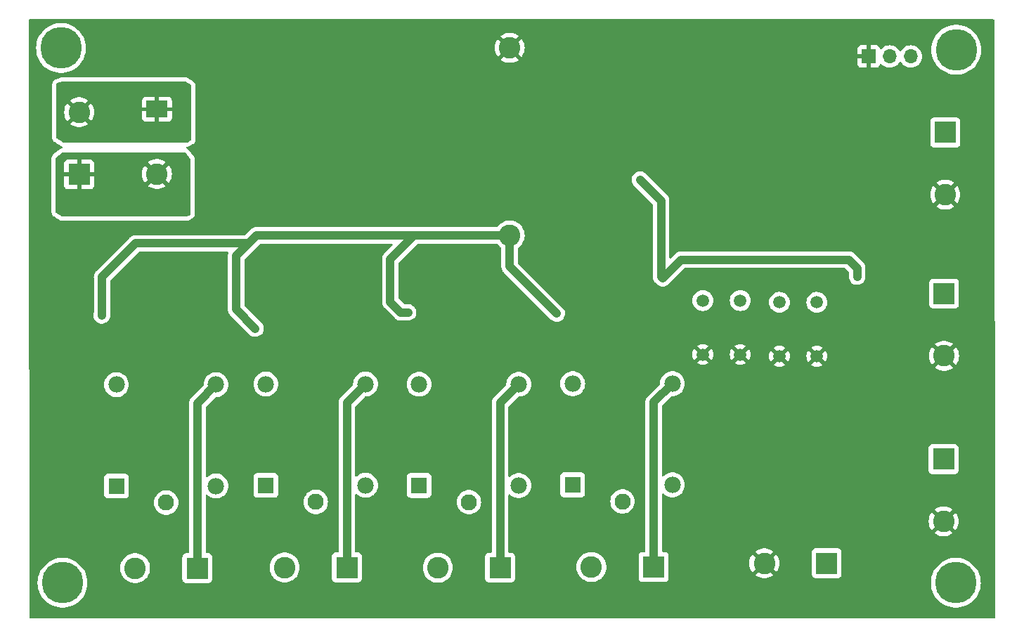
<source format=gbr>
%TF.GenerationSoftware,KiCad,Pcbnew,7.0.8*%
%TF.CreationDate,2024-04-08T22:48:43+05:30*%
%TF.ProjectId,Esp32_relay,45737033-325f-4726-956c-61792e6b6963,rev?*%
%TF.SameCoordinates,PX4046330PY7125ac8*%
%TF.FileFunction,Copper,L2,Bot*%
%TF.FilePolarity,Positive*%
%FSLAX46Y46*%
G04 Gerber Fmt 4.6, Leading zero omitted, Abs format (unit mm)*
G04 Created by KiCad (PCBNEW 7.0.8) date 2024-04-08 22:48:43*
%MOMM*%
%LPD*%
G01*
G04 APERTURE LIST*
%TA.AperFunction,ComponentPad*%
%ADD10R,2.600000X2.000000*%
%TD*%
%TA.AperFunction,ComponentPad*%
%ADD11C,2.600000*%
%TD*%
%TA.AperFunction,ComponentPad*%
%ADD12C,1.500000*%
%TD*%
%TA.AperFunction,ComponentPad*%
%ADD13C,5.000000*%
%TD*%
%TA.AperFunction,ComponentPad*%
%ADD14R,1.980000X1.980000*%
%TD*%
%TA.AperFunction,ComponentPad*%
%ADD15C,1.980000*%
%TD*%
%TA.AperFunction,ComponentPad*%
%ADD16C,1.935000*%
%TD*%
%TA.AperFunction,ComponentPad*%
%ADD17R,2.600000X2.600000*%
%TD*%
%TA.AperFunction,ComponentPad*%
%ADD18R,1.700000X1.700000*%
%TD*%
%TA.AperFunction,ComponentPad*%
%ADD19O,1.700000X1.700000*%
%TD*%
%TA.AperFunction,ViaPad*%
%ADD20C,0.900000*%
%TD*%
%TA.AperFunction,Conductor*%
%ADD21C,1.000000*%
%TD*%
G04 APERTURE END LIST*
D10*
%TO.P,PS1,1,AC/L*%
%TO.N,/P_AC*%
X15590500Y61634200D03*
D11*
%TO.P,PS1,2,AC/N*%
%TO.N,/N_AC*%
X15590500Y53834200D03*
%TO.P,PS1,3,-Vout*%
%TO.N,GND*%
X58090500Y69034200D03*
%TO.P,PS1,4,+Vout*%
%TO.N,+5V*%
X58090500Y46434200D03*
%TD*%
D12*
%TO.P,S1,1,1*%
%TO.N,/RESET*%
X95087000Y38378200D03*
%TO.P,S1,2,2*%
%TO.N,GND*%
X95087000Y31878200D03*
%TO.P,S1,3,3*%
%TO.N,/RESET*%
X90587000Y38378200D03*
%TO.P,S1,4,4*%
%TO.N,GND*%
X90587000Y31878200D03*
%TD*%
D13*
%TO.P,H2,1,1*%
%TO.N,unconnected-(H2-Pad1)*%
X4216400Y4572000D03*
%TD*%
D14*
%TO.P,K4,A1*%
%TO.N,+5V*%
X65678800Y16376400D03*
D15*
%TO.P,K4,A2*%
%TO.N,/Relay_4_T*%
X77678800Y16376400D03*
D16*
%TO.P,K4,COM*%
%TO.N,/COM_4*%
X71678800Y14376400D03*
D15*
%TO.P,K4,NC*%
%TO.N,unconnected-(K4-PadNC)*%
X65678800Y28576400D03*
%TO.P,K4,NO*%
%TO.N,/NO_4*%
X77678800Y28576400D03*
%TD*%
D14*
%TO.P,K3,A1*%
%TO.N,+5V*%
X47182000Y16298800D03*
D15*
%TO.P,K3,A2*%
%TO.N,/Relay_3_T*%
X59182000Y16298800D03*
D16*
%TO.P,K3,COM*%
%TO.N,/COM_3*%
X53182000Y14298800D03*
D15*
%TO.P,K3,NC*%
%TO.N,unconnected-(K3-PadNC)*%
X47182000Y28498800D03*
%TO.P,K3,NO*%
%TO.N,/NO_3*%
X59182000Y28498800D03*
%TD*%
D17*
%TO.P,J8,1,Pin_1*%
%TO.N,/Switch_1*%
X96266000Y6934200D03*
D11*
%TO.P,J8,2,Pin_2*%
%TO.N,GND*%
X88766000Y6934200D03*
%TD*%
D17*
%TO.P,J9,1,Pin_1*%
%TO.N,/Switch_2*%
X110363000Y19481800D03*
D11*
%TO.P,J9,2,Pin_2*%
%TO.N,GND*%
X110363000Y11981800D03*
%TD*%
D14*
%TO.P,K2,A1*%
%TO.N,+5V*%
X28721800Y16325600D03*
D15*
%TO.P,K2,A2*%
%TO.N,/Relay_2_T*%
X40721800Y16325600D03*
D16*
%TO.P,K2,COM*%
%TO.N,/COM_2*%
X34721800Y14325600D03*
D15*
%TO.P,K2,NC*%
%TO.N,unconnected-(K2-PadNC)*%
X28721800Y28525600D03*
%TO.P,K2,NO*%
%TO.N,/NO_2*%
X40721800Y28525600D03*
%TD*%
D13*
%TO.P,H4,1,1*%
%TO.N,unconnected-(H4-Pad1)*%
X111836200Y4572000D03*
%TD*%
%TO.P,H1,1,1*%
%TO.N,unconnected-(H1-Pad1)*%
X4038600Y69011800D03*
%TD*%
D17*
%TO.P,J2,1,Pin_1*%
%TO.N,/NO_1*%
X20457600Y6336800D03*
D11*
%TO.P,J2,2,Pin_2*%
%TO.N,/COM_1*%
X12957600Y6336800D03*
%TD*%
D17*
%TO.P,J1,1,Pin_1*%
%TO.N,/N_AC*%
X6223000Y53790200D03*
D11*
%TO.P,J1,2,Pin_2*%
%TO.N,/P_AC*%
X6223000Y61290200D03*
%TD*%
D17*
%TO.P,J3,1,Pin_1*%
%TO.N,/NO_2*%
X38471800Y6423600D03*
D11*
%TO.P,J3,2,Pin_2*%
%TO.N,/COM_2*%
X30971800Y6423600D03*
%TD*%
D17*
%TO.P,J7,1,Pin_1*%
%TO.N,/Switch_3*%
X110413800Y39420800D03*
D11*
%TO.P,J7,2,Pin_2*%
%TO.N,GND*%
X110413800Y31920800D03*
%TD*%
D13*
%TO.P,H3,1,1*%
%TO.N,unconnected-(H3-Pad1)*%
X111887000Y68808600D03*
%TD*%
D17*
%TO.P,J5,1,Pin_1*%
%TO.N,/NO_4*%
X75428800Y6474400D03*
D11*
%TO.P,J5,2,Pin_2*%
%TO.N,/COM_4*%
X67928800Y6474400D03*
%TD*%
D18*
%TO.P,J6,1,Pin_1*%
%TO.N,GND*%
X101320600Y67995800D03*
D19*
%TO.P,J6,2,Pin_2*%
%TO.N,/Tx*%
X103860600Y67995800D03*
%TO.P,J6,3,Pin_3*%
%TO.N,/Rx*%
X106400600Y67995800D03*
%TD*%
D17*
%TO.P,J10,1,Pin_1*%
%TO.N,/Switch_4*%
X110566200Y58842600D03*
D11*
%TO.P,J10,2,Pin_2*%
%TO.N,GND*%
X110566200Y51342600D03*
%TD*%
D14*
%TO.P,K1,A1*%
%TO.N,+5V*%
X10707600Y16242800D03*
D15*
%TO.P,K1,A2*%
%TO.N,/Relay_1_T*%
X22707600Y16242800D03*
D16*
%TO.P,K1,COM*%
%TO.N,/COM_1*%
X16707600Y14242800D03*
D15*
%TO.P,K1,NC*%
%TO.N,unconnected-(K1-PadNC)*%
X10707600Y28442800D03*
%TO.P,K1,NO*%
%TO.N,/NO_1*%
X22707600Y28442800D03*
%TD*%
D17*
%TO.P,J4,1,Pin_1*%
%TO.N,/NO_3*%
X56932000Y6396800D03*
D11*
%TO.P,J4,2,Pin_2*%
%TO.N,/COM_3*%
X49432000Y6396800D03*
%TD*%
D12*
%TO.P,S2,1,1*%
%TO.N,/EN*%
X85856200Y38580200D03*
%TO.P,S2,2,2*%
%TO.N,GND*%
X85856200Y32080200D03*
%TO.P,S2,3,3*%
%TO.N,/EN*%
X81356200Y38580200D03*
%TO.P,S2,4,4*%
%TO.N,GND*%
X81356200Y32080200D03*
%TD*%
D20*
%TO.N,GND*%
X37251600Y68351400D03*
X34457600Y51333400D03*
X39537600Y68351400D03*
X17754600Y37134800D03*
X27599600Y64795400D03*
X85765600Y49047400D03*
X84241600Y52095400D03*
X26075600Y61747400D03*
X87797600Y49301400D03*
X41823600Y68351400D03*
X31155600Y55651400D03*
X70993000Y63830200D03*
X34711600Y68351400D03*
X82971600Y52095400D03*
X28361600Y51079400D03*
X24297600Y58699400D03*
X26075600Y68351400D03*
X84455000Y56464200D03*
X84201000Y54940200D03*
X64897000Y46050200D03*
X28107600Y57937400D03*
X33949600Y54381400D03*
X26075600Y54889400D03*
X33695600Y61493400D03*
X86741000Y53670200D03*
X71170800Y37439600D03*
X53746400Y37414200D03*
X51475600Y68351400D03*
X86019600Y52095400D03*
X71501000Y49860200D03*
X46395600Y68351400D03*
X44109600Y68351400D03*
X89535000Y54940200D03*
X88051600Y52095400D03*
X28107600Y62001400D03*
X26329600Y50825400D03*
X86781600Y50317400D03*
X94909600Y52095400D03*
X24297600Y50825400D03*
X91607600Y52095400D03*
X33949600Y58445400D03*
X30139600Y68351400D03*
X91861600Y50825400D03*
X93131600Y52095400D03*
X24297600Y65049400D03*
X90591600Y50825400D03*
X34950400Y37211000D03*
X24297600Y62001400D03*
X48935600Y68351400D03*
X63119000Y57226200D03*
X29631600Y64795400D03*
X89575600Y49555400D03*
X85471000Y59004200D03*
X26329600Y58699400D03*
X88265000Y59004200D03*
X82931000Y48336200D03*
X26075600Y65049400D03*
X90083600Y52095400D03*
X89535000Y56464200D03*
X32933600Y65557400D03*
X91099600Y49301400D03*
X28107600Y68351400D03*
X28107600Y54381400D03*
X97663000Y33350200D03*
X24297600Y68351400D03*
X32425600Y68351400D03*
X88559600Y50825400D03*
X31663600Y51587400D03*
X85003600Y50317400D03*
X24297600Y54889400D03*
X86741000Y59004200D03*
X93131600Y49301400D03*
X30901600Y59461400D03*
X31155600Y61747400D03*
%TO.N,+3.3V*%
X73787000Y53162200D03*
X76522800Y41282400D03*
X99949000Y41478200D03*
%TO.N,+5V*%
X8940800Y36804600D03*
X45847000Y37160200D03*
X63754000Y37007800D03*
X27457400Y35204400D03*
%TD*%
D21*
%TO.N,+3.3V*%
X99949000Y42494200D02*
X98933000Y43510200D01*
X76522800Y41282400D02*
X76327000Y41478200D01*
X98933000Y43510200D02*
X78750600Y43510200D01*
X78750600Y43510200D02*
X76522800Y41282400D01*
X76327000Y50622200D02*
X73787000Y53162200D01*
X99949000Y41478200D02*
X99949000Y42494200D01*
X76327000Y41478200D02*
X76327000Y50622200D01*
%TO.N,+5V*%
X27457400Y35204400D02*
X25146000Y37515800D01*
X58090500Y46434200D02*
X46583600Y46434200D01*
X43713400Y43564000D02*
X46583600Y46434200D01*
X8991600Y41427400D02*
X8991600Y36855400D01*
X13030200Y45466000D02*
X8991600Y41427400D01*
X46583600Y46434200D02*
X27609800Y46434200D01*
X25146000Y37515800D02*
X25146000Y43970400D01*
X58090500Y42671300D02*
X58090500Y46434200D01*
X8991600Y36855400D02*
X8940800Y36804600D01*
X44983400Y37160200D02*
X43713400Y38430200D01*
X45847000Y37160200D02*
X44983400Y37160200D01*
X63754000Y37007800D02*
X58090500Y42671300D01*
X26641600Y45466000D02*
X13030200Y45466000D01*
X25146000Y43970400D02*
X27609800Y46434200D01*
X43713400Y38430200D02*
X43713400Y43564000D01*
%TO.N,/NO_1*%
X22707600Y28442800D02*
X20457600Y26192800D01*
X20457600Y26192800D02*
X20457600Y6336800D01*
%TO.N,/NO_2*%
X40721800Y28525600D02*
X38471800Y26275600D01*
X38471800Y26275600D02*
X38471800Y6423600D01*
%TO.N,/NO_3*%
X56932000Y26248800D02*
X56932000Y6396800D01*
X59182000Y28498800D02*
X56932000Y26248800D01*
%TO.N,/NO_4*%
X75428800Y26326400D02*
X75428800Y6474400D01*
X77678800Y28576400D02*
X75428800Y26326400D01*
%TD*%
%TA.AperFunction,Conductor*%
%TO.N,/N_AC*%
G36*
X19027826Y56419115D02*
G01*
X19061690Y56386874D01*
X19635316Y55583797D01*
X19636503Y55582136D01*
X19659451Y55516142D01*
X19659600Y55510062D01*
X19659600Y49022436D01*
X19639915Y48955397D01*
X19591054Y48911527D01*
X19177782Y48704891D01*
X19122328Y48691800D01*
X4203144Y48691800D01*
X4136105Y48711485D01*
X4134361Y48712626D01*
X3458817Y49162989D01*
X3413956Y49216554D01*
X3403600Y49266163D01*
X3403600Y52442356D01*
X4423000Y52442356D01*
X4429401Y52382828D01*
X4429403Y52382821D01*
X4479645Y52248114D01*
X4479649Y52248107D01*
X4565809Y52133013D01*
X4565812Y52133010D01*
X4680906Y52046850D01*
X4680913Y52046846D01*
X4815620Y51996604D01*
X4815627Y51996602D01*
X4875155Y51990201D01*
X4875172Y51990200D01*
X5973000Y51990200D01*
X5973000Y53136363D01*
X6054249Y53105549D01*
X6180660Y53090200D01*
X6265340Y53090200D01*
X6391751Y53105549D01*
X6473000Y53136363D01*
X6473000Y51990200D01*
X7570828Y51990200D01*
X7570844Y51990201D01*
X7630372Y51996602D01*
X7630379Y51996604D01*
X7765086Y52046846D01*
X7765093Y52046850D01*
X7880187Y52133010D01*
X7880190Y52133013D01*
X7966350Y52248107D01*
X7966354Y52248114D01*
X8016596Y52382821D01*
X8016598Y52382828D01*
X8022999Y52442356D01*
X8023000Y52442373D01*
X8023000Y53540200D01*
X6882329Y53540200D01*
X6923000Y53705205D01*
X6923000Y53834196D01*
X13785453Y53834196D01*
X13805613Y53565174D01*
X13805613Y53565172D01*
X13865642Y53302167D01*
X13865648Y53302148D01*
X13964209Y53051019D01*
X13964208Y53051019D01*
X14099102Y52817378D01*
X14152794Y52750049D01*
X14152795Y52750049D01*
X14987952Y53585207D01*
X14997688Y53555244D01*
X15085686Y53416581D01*
X15205403Y53304160D01*
X15340010Y53230159D01*
X14505348Y52395498D01*
X14687983Y52270980D01*
X14687985Y52270979D01*
X14931039Y52153931D01*
X14931037Y52153931D01*
X15188837Y52074410D01*
X15188843Y52074408D01*
X15455601Y52034201D01*
X15455610Y52034200D01*
X15725390Y52034200D01*
X15725398Y52034201D01*
X15992156Y52074408D01*
X15992162Y52074410D01*
X16249961Y52153931D01*
X16493021Y52270982D01*
X16675650Y52395498D01*
X15838034Y53233114D01*
X15906129Y53260074D01*
X16038992Y53356605D01*
X16143675Y53483145D01*
X16192131Y53586121D01*
X17028203Y52750049D01*
X17028204Y52750050D01*
X17081893Y52817372D01*
X17081900Y52817383D01*
X17216790Y53051019D01*
X17315351Y53302148D01*
X17315357Y53302167D01*
X17375386Y53565172D01*
X17375386Y53565174D01*
X17395547Y53834196D01*
X17395547Y53834205D01*
X17375386Y54103227D01*
X17375386Y54103229D01*
X17315357Y54366234D01*
X17315351Y54366253D01*
X17216790Y54617382D01*
X17216791Y54617382D01*
X17081897Y54851023D01*
X17028204Y54918353D01*
X16193046Y54083196D01*
X16183312Y54113156D01*
X16095314Y54251819D01*
X15975597Y54364240D01*
X15840989Y54438242D01*
X16675650Y55272904D01*
X16493017Y55397421D01*
X16493016Y55397422D01*
X16249960Y55514470D01*
X16249962Y55514470D01*
X15992162Y55593991D01*
X15992156Y55593993D01*
X15725398Y55634200D01*
X15455601Y55634200D01*
X15188843Y55593993D01*
X15188837Y55593991D01*
X14931038Y55514470D01*
X14687985Y55397422D01*
X14687976Y55397417D01*
X14505348Y55272904D01*
X15342965Y54435287D01*
X15274871Y54408326D01*
X15142008Y54311795D01*
X15037325Y54185255D01*
X14988868Y54082279D01*
X14152795Y54918352D01*
X14099100Y54851020D01*
X13964209Y54617382D01*
X13865648Y54366253D01*
X13865642Y54366234D01*
X13805613Y54103229D01*
X13805613Y54103227D01*
X13785453Y53834205D01*
X13785453Y53834196D01*
X6923000Y53834196D01*
X6923000Y53875195D01*
X6882329Y54040200D01*
X8023000Y54040200D01*
X8023000Y55138028D01*
X8022999Y55138045D01*
X8016598Y55197573D01*
X8016596Y55197580D01*
X7966354Y55332287D01*
X7966350Y55332294D01*
X7880190Y55447388D01*
X7880187Y55447391D01*
X7765093Y55533551D01*
X7765086Y55533555D01*
X7630379Y55583797D01*
X7630372Y55583799D01*
X7570844Y55590200D01*
X6473000Y55590200D01*
X6473000Y54444038D01*
X6391751Y54474851D01*
X6265340Y54490200D01*
X6180660Y54490200D01*
X6054249Y54474851D01*
X5973000Y54444038D01*
X5973000Y55590200D01*
X4875155Y55590200D01*
X4815627Y55583799D01*
X4815620Y55583797D01*
X4680913Y55533555D01*
X4680906Y55533551D01*
X4565812Y55447391D01*
X4565809Y55447388D01*
X4479649Y55332294D01*
X4479645Y55332287D01*
X4429403Y55197580D01*
X4429401Y55197573D01*
X4423000Y55138045D01*
X4423000Y54040200D01*
X5563671Y54040200D01*
X5523000Y53875195D01*
X5523000Y53705205D01*
X5563671Y53540200D01*
X4423000Y53540200D01*
X4423000Y52442356D01*
X3403600Y52442356D01*
X3403600Y55739987D01*
X3423285Y55807026D01*
X3455526Y55840890D01*
X4260264Y56415704D01*
X4326258Y56438651D01*
X4332338Y56438800D01*
X18960787Y56438800D01*
X19027826Y56419115D01*
G37*
%TD.AperFunction*%
%TD*%
%TA.AperFunction,Conductor*%
%TO.N,/P_AC*%
G36*
X19003295Y64978915D02*
G01*
X19005039Y64977774D01*
X19680584Y64527411D01*
X19725444Y64473847D01*
X19735800Y64424238D01*
X19735800Y57963236D01*
X19716115Y57896197D01*
X19667254Y57852327D01*
X19253982Y57645691D01*
X19198528Y57632600D01*
X4279344Y57632600D01*
X4212305Y57652285D01*
X4210561Y57653426D01*
X3535017Y58103789D01*
X3490156Y58157354D01*
X3479800Y58206963D01*
X3479800Y61290196D01*
X4417953Y61290196D01*
X4438113Y61021174D01*
X4438113Y61021172D01*
X4498142Y60758167D01*
X4498148Y60758148D01*
X4596709Y60507019D01*
X4596708Y60507019D01*
X4731602Y60273378D01*
X4785294Y60206049D01*
X4785295Y60206049D01*
X5582859Y61003614D01*
X5642680Y60889634D01*
X5755405Y60762394D01*
X5895305Y60665829D01*
X5936541Y60650190D01*
X5137848Y59851498D01*
X5320483Y59726980D01*
X5320485Y59726979D01*
X5563539Y59609931D01*
X5563537Y59609931D01*
X5821337Y59530410D01*
X5821343Y59530408D01*
X6088101Y59490201D01*
X6088110Y59490200D01*
X6357890Y59490200D01*
X6357898Y59490201D01*
X6624656Y59530408D01*
X6624662Y59530410D01*
X6882461Y59609931D01*
X7125521Y59726982D01*
X7308150Y59851498D01*
X6509457Y60650190D01*
X6550695Y60665829D01*
X6690595Y60762394D01*
X6803320Y60889634D01*
X6863139Y61003613D01*
X7660703Y60206049D01*
X7660704Y60206050D01*
X7714393Y60273372D01*
X7714400Y60273383D01*
X7849290Y60507019D01*
X7880428Y60586356D01*
X13790500Y60586356D01*
X13796901Y60526828D01*
X13796903Y60526821D01*
X13847145Y60392114D01*
X13847149Y60392107D01*
X13933309Y60277013D01*
X13933312Y60277010D01*
X14048406Y60190850D01*
X14048413Y60190846D01*
X14183120Y60140604D01*
X14183127Y60140602D01*
X14242655Y60134201D01*
X14242672Y60134200D01*
X15340500Y60134200D01*
X15340500Y61029890D01*
X15349317Y61025042D01*
X15508386Y60984200D01*
X15631394Y60984200D01*
X15753433Y60999617D01*
X15840500Y61034090D01*
X15840500Y60134200D01*
X16938328Y60134200D01*
X16938344Y60134201D01*
X16997872Y60140602D01*
X16997879Y60140604D01*
X17132586Y60190846D01*
X17132593Y60190850D01*
X17247687Y60277010D01*
X17247690Y60277013D01*
X17333850Y60392107D01*
X17333854Y60392114D01*
X17384096Y60526821D01*
X17384098Y60526828D01*
X17390499Y60586356D01*
X17390500Y60586373D01*
X17390500Y61384200D01*
X16191228Y61384200D01*
X16213600Y61431743D01*
X16244373Y61593062D01*
X16234061Y61756966D01*
X16192720Y61884200D01*
X17390500Y61884200D01*
X17390500Y62682028D01*
X17390499Y62682045D01*
X17384098Y62741573D01*
X17384096Y62741580D01*
X17333854Y62876287D01*
X17333850Y62876294D01*
X17247690Y62991388D01*
X17247687Y62991391D01*
X17132593Y63077551D01*
X17132586Y63077555D01*
X16997879Y63127797D01*
X16997872Y63127799D01*
X16938344Y63134200D01*
X15840500Y63134200D01*
X15840500Y62238511D01*
X15831683Y62243358D01*
X15672614Y62284200D01*
X15549606Y62284200D01*
X15427567Y62268783D01*
X15340500Y62234311D01*
X15340500Y63134200D01*
X14242655Y63134200D01*
X14183127Y63127799D01*
X14183120Y63127797D01*
X14048413Y63077555D01*
X14048406Y63077551D01*
X13933312Y62991391D01*
X13933309Y62991388D01*
X13847149Y62876294D01*
X13847145Y62876287D01*
X13796903Y62741580D01*
X13796901Y62741573D01*
X13790500Y62682045D01*
X13790500Y61884200D01*
X14989772Y61884200D01*
X14967400Y61836657D01*
X14936627Y61675338D01*
X14946939Y61511434D01*
X14988280Y61384200D01*
X13790500Y61384200D01*
X13790500Y60586356D01*
X7880428Y60586356D01*
X7947851Y60758148D01*
X7947857Y60758167D01*
X8007886Y61021172D01*
X8007886Y61021174D01*
X8028047Y61290196D01*
X8028047Y61290205D01*
X8007886Y61559227D01*
X8007886Y61559229D01*
X7947857Y61822234D01*
X7947851Y61822253D01*
X7849290Y62073382D01*
X7849291Y62073382D01*
X7714397Y62307023D01*
X7660704Y62374353D01*
X6863139Y61576788D01*
X6803320Y61690766D01*
X6690595Y61818006D01*
X6550695Y61914571D01*
X6509457Y61930211D01*
X7308150Y62728904D01*
X7125517Y62853421D01*
X7125516Y62853422D01*
X6882460Y62970470D01*
X6882462Y62970470D01*
X6624662Y63049991D01*
X6624656Y63049993D01*
X6357898Y63090200D01*
X6088101Y63090200D01*
X5821343Y63049993D01*
X5821337Y63049991D01*
X5563538Y62970470D01*
X5320485Y62853422D01*
X5320476Y62853417D01*
X5137848Y62728904D01*
X5936542Y61930211D01*
X5895305Y61914571D01*
X5755405Y61818006D01*
X5642680Y61690766D01*
X5582859Y61576788D01*
X4785295Y62374352D01*
X4731600Y62307020D01*
X4596709Y62073382D01*
X4498148Y61822253D01*
X4498142Y61822234D01*
X4438113Y61559229D01*
X4438113Y61559227D01*
X4417953Y61290205D01*
X4417953Y61290196D01*
X3479800Y61290196D01*
X3479800Y64655226D01*
X3499485Y64722265D01*
X3552289Y64768020D01*
X3564582Y64772861D01*
X4222711Y64992237D01*
X4261923Y64998600D01*
X18936256Y64998600D01*
X19003295Y64978915D01*
G37*
%TD.AperFunction*%
%TD*%
%TA.AperFunction,Conductor*%
%TO.N,GND*%
G36*
X116406192Y72450015D02*
G01*
X116451947Y72397211D01*
X116463153Y72345917D01*
X116588845Y374717D01*
X116569277Y307643D01*
X116516553Y261796D01*
X116464845Y250500D01*
X373847Y250500D01*
X306808Y270185D01*
X261053Y322989D01*
X249847Y374283D01*
X242516Y4571997D01*
X1210815Y4571997D01*
X1231138Y4223073D01*
X1231139Y4223062D01*
X1291828Y3878873D01*
X1291830Y3878866D01*
X1392074Y3544028D01*
X1530507Y3223105D01*
X1530513Y3223092D01*
X1705270Y2920403D01*
X1913984Y2640051D01*
X1913989Y2640045D01*
X2037863Y2508747D01*
X2153842Y2385817D01*
X2330303Y2237749D01*
X2421586Y2161153D01*
X2421594Y2161147D01*
X2713603Y1969089D01*
X2713607Y1969087D01*
X3025949Y1812223D01*
X3354389Y1692681D01*
X3694486Y1612077D01*
X4041641Y1571500D01*
X4041648Y1571500D01*
X4391152Y1571500D01*
X4391159Y1571500D01*
X4738314Y1612077D01*
X5078411Y1692681D01*
X5406851Y1812223D01*
X5719193Y1969087D01*
X6011211Y2161151D01*
X6278958Y2385817D01*
X6518812Y2640047D01*
X6727530Y2920404D01*
X6902289Y3223096D01*
X7040726Y3544029D01*
X7140969Y3878864D01*
X7201662Y4223073D01*
X7221985Y4572000D01*
X7220761Y4593007D01*
X7215706Y4679807D01*
X7201662Y4920927D01*
X7200183Y4929317D01*
X7140971Y5265128D01*
X7140969Y5265135D01*
X7137521Y5276653D01*
X7040726Y5599971D01*
X6902289Y5920904D01*
X6727530Y6223596D01*
X6708209Y6249549D01*
X6643256Y6336796D01*
X11152051Y6336796D01*
X11172216Y6067699D01*
X11232264Y5804612D01*
X11232266Y5804605D01*
X11317938Y5586317D01*
X11330857Y5553402D01*
X11465785Y5319698D01*
X11564818Y5195515D01*
X11634042Y5108711D01*
X11767193Y4985166D01*
X11831859Y4925165D01*
X12054826Y4773149D01*
X12297959Y4656062D01*
X12555828Y4576520D01*
X12555829Y4576520D01*
X12555832Y4576519D01*
X12822663Y4536301D01*
X12822668Y4536301D01*
X12822671Y4536300D01*
X12822672Y4536300D01*
X13092528Y4536300D01*
X13092529Y4536300D01*
X13092536Y4536301D01*
X13359367Y4576519D01*
X13359368Y4576520D01*
X13359372Y4576520D01*
X13617241Y4656062D01*
X13860375Y4773149D01*
X14083341Y4925165D01*
X14152063Y4988930D01*
X18657100Y4988930D01*
X18657101Y4988924D01*
X18663508Y4929317D01*
X18713802Y4794472D01*
X18713806Y4794465D01*
X18800052Y4679256D01*
X18800055Y4679253D01*
X18915264Y4593007D01*
X18915271Y4593003D01*
X19050117Y4542709D01*
X19050116Y4542709D01*
X19057044Y4541965D01*
X19109727Y4536300D01*
X21805472Y4536301D01*
X21865083Y4542709D01*
X21943608Y4571997D01*
X108830615Y4571997D01*
X108850938Y4223073D01*
X108850939Y4223062D01*
X108911628Y3878873D01*
X108911630Y3878866D01*
X109011874Y3544028D01*
X109150307Y3223105D01*
X109150313Y3223092D01*
X109325070Y2920403D01*
X109533784Y2640051D01*
X109533789Y2640045D01*
X109657663Y2508747D01*
X109773642Y2385817D01*
X109950103Y2237749D01*
X110041386Y2161153D01*
X110041394Y2161147D01*
X110333403Y1969089D01*
X110333407Y1969087D01*
X110645749Y1812223D01*
X110974189Y1692681D01*
X111314286Y1612077D01*
X111661441Y1571500D01*
X111661448Y1571500D01*
X112010952Y1571500D01*
X112010959Y1571500D01*
X112358114Y1612077D01*
X112698211Y1692681D01*
X113026651Y1812223D01*
X113338993Y1969087D01*
X113631011Y2161151D01*
X113898758Y2385817D01*
X114138612Y2640047D01*
X114347330Y2920404D01*
X114522089Y3223096D01*
X114660526Y3544029D01*
X114760769Y3878864D01*
X114821462Y4223073D01*
X114841785Y4572000D01*
X114840561Y4593007D01*
X114835506Y4679807D01*
X114821462Y4920927D01*
X114819983Y4929317D01*
X114760771Y5265128D01*
X114760769Y5265135D01*
X114757321Y5276653D01*
X114660526Y5599971D01*
X114522089Y5920904D01*
X114347330Y6223596D01*
X114328009Y6249549D01*
X114138615Y6503950D01*
X114138610Y6503956D01*
X113986509Y6665172D01*
X113898758Y6758183D01*
X113695191Y6928996D01*
X113631013Y6982848D01*
X113631005Y6982854D01*
X113338996Y7174912D01*
X113026658Y7331774D01*
X113026652Y7331777D01*
X112698212Y7451319D01*
X112698209Y7451320D01*
X112358115Y7531923D01*
X112314719Y7536996D01*
X112010959Y7572500D01*
X111661441Y7572500D01*
X111357680Y7536996D01*
X111314285Y7531923D01*
X111314283Y7531923D01*
X110974190Y7451320D01*
X110974187Y7451319D01*
X110645747Y7331777D01*
X110645741Y7331774D01*
X110333403Y7174912D01*
X110041394Y6982854D01*
X110041386Y6982848D01*
X109773642Y6758183D01*
X109773640Y6758181D01*
X109533789Y6503956D01*
X109533784Y6503950D01*
X109325070Y6223598D01*
X109150313Y5920909D01*
X109150307Y5920896D01*
X109011874Y5599973D01*
X108911630Y5265135D01*
X108911628Y5265128D01*
X108850939Y4920939D01*
X108850938Y4920928D01*
X108830615Y4572004D01*
X108830615Y4571997D01*
X21943608Y4571997D01*
X21999931Y4593004D01*
X22115146Y4679254D01*
X22201396Y4794469D01*
X22251691Y4929317D01*
X22258100Y4988927D01*
X22258099Y6423596D01*
X29166251Y6423596D01*
X29186416Y6154499D01*
X29240539Y5917372D01*
X29246466Y5891405D01*
X29345057Y5640202D01*
X29479985Y5406498D01*
X29592718Y5265136D01*
X29648242Y5195511D01*
X29806234Y5048917D01*
X29846059Y5011965D01*
X30069026Y4859949D01*
X30312159Y4742862D01*
X30570028Y4663320D01*
X30570029Y4663320D01*
X30570032Y4663319D01*
X30836863Y4623101D01*
X30836868Y4623101D01*
X30836871Y4623100D01*
X30836872Y4623100D01*
X31106728Y4623100D01*
X31106729Y4623100D01*
X31106736Y4623101D01*
X31373567Y4663319D01*
X31373568Y4663320D01*
X31373572Y4663320D01*
X31631441Y4742862D01*
X31823565Y4835384D01*
X31874567Y4859945D01*
X31874567Y4859946D01*
X31874575Y4859949D01*
X32097541Y5011965D01*
X32166263Y5075730D01*
X36671300Y5075730D01*
X36671301Y5075724D01*
X36677708Y5016117D01*
X36728002Y4881272D01*
X36728006Y4881265D01*
X36814252Y4766056D01*
X36814255Y4766053D01*
X36929464Y4679807D01*
X36929471Y4679803D01*
X37064317Y4629509D01*
X37064316Y4629509D01*
X37071244Y4628765D01*
X37123927Y4623100D01*
X39819672Y4623101D01*
X39879283Y4629509D01*
X40014131Y4679804D01*
X40129346Y4766054D01*
X40215596Y4881269D01*
X40265891Y5016117D01*
X40272300Y5075727D01*
X40272300Y6396796D01*
X47626451Y6396796D01*
X47646616Y6127699D01*
X47706664Y5864612D01*
X47706666Y5864605D01*
X47794738Y5640202D01*
X47805257Y5613402D01*
X47940185Y5379698D01*
X48031552Y5265128D01*
X48108442Y5168711D01*
X48277374Y5011966D01*
X48306259Y4985165D01*
X48529226Y4833149D01*
X48772359Y4716062D01*
X49030228Y4636520D01*
X49030229Y4636520D01*
X49030232Y4636519D01*
X49297063Y4596301D01*
X49297068Y4596301D01*
X49297071Y4596300D01*
X49297072Y4596300D01*
X49566928Y4596300D01*
X49566929Y4596300D01*
X49566936Y4596301D01*
X49833767Y4636519D01*
X49833768Y4636520D01*
X49833772Y4636520D01*
X50091641Y4716062D01*
X50334775Y4833149D01*
X50557741Y4985165D01*
X50626463Y5048930D01*
X55131500Y5048930D01*
X55131501Y5048924D01*
X55137908Y4989317D01*
X55188202Y4854472D01*
X55188206Y4854465D01*
X55274452Y4739256D01*
X55274455Y4739253D01*
X55389664Y4653007D01*
X55389671Y4653003D01*
X55524517Y4602709D01*
X55524516Y4602709D01*
X55531444Y4601965D01*
X55584127Y4596300D01*
X58279872Y4596301D01*
X58339483Y4602709D01*
X58474331Y4653004D01*
X58589546Y4739254D01*
X58675796Y4854469D01*
X58726091Y4989317D01*
X58732500Y5048927D01*
X58732499Y6474396D01*
X66123251Y6474396D01*
X66143416Y6205299D01*
X66203464Y5942212D01*
X66203466Y5942205D01*
X66257470Y5804605D01*
X66302057Y5691002D01*
X66436985Y5457298D01*
X66546717Y5319699D01*
X66605242Y5246311D01*
X66789100Y5075717D01*
X66803059Y5062765D01*
X67026026Y4910749D01*
X67269159Y4793662D01*
X67527028Y4714120D01*
X67527029Y4714120D01*
X67527032Y4714119D01*
X67793863Y4673901D01*
X67793868Y4673901D01*
X67793871Y4673900D01*
X67793872Y4673900D01*
X68063728Y4673900D01*
X68063729Y4673900D01*
X68063736Y4673901D01*
X68330567Y4714119D01*
X68330568Y4714120D01*
X68330572Y4714120D01*
X68588441Y4793662D01*
X68831575Y4910749D01*
X69054541Y5062765D01*
X69123263Y5126530D01*
X73628300Y5126530D01*
X73628301Y5126524D01*
X73634708Y5066917D01*
X73685002Y4932072D01*
X73685006Y4932065D01*
X73771252Y4816856D01*
X73771255Y4816853D01*
X73886464Y4730607D01*
X73886471Y4730603D01*
X74021317Y4680309D01*
X74021316Y4680309D01*
X74025986Y4679807D01*
X74080927Y4673900D01*
X76776672Y4673901D01*
X76836283Y4680309D01*
X76971131Y4730604D01*
X77086346Y4816854D01*
X77172596Y4932069D01*
X77222891Y5066917D01*
X77229300Y5126527D01*
X77229299Y6934196D01*
X86960953Y6934196D01*
X86981113Y6665174D01*
X86981113Y6665172D01*
X87041142Y6402167D01*
X87041148Y6402148D01*
X87139709Y6151019D01*
X87139708Y6151019D01*
X87274602Y5917378D01*
X87328294Y5850049D01*
X87328295Y5850049D01*
X88125859Y6647614D01*
X88185680Y6533634D01*
X88298405Y6406394D01*
X88438305Y6309829D01*
X88479541Y6294190D01*
X87680848Y5495498D01*
X87863483Y5370980D01*
X87863485Y5370979D01*
X88106539Y5253931D01*
X88106537Y5253931D01*
X88364337Y5174410D01*
X88364343Y5174408D01*
X88631101Y5134201D01*
X88631110Y5134200D01*
X88900890Y5134200D01*
X88900898Y5134201D01*
X89167656Y5174408D01*
X89167662Y5174410D01*
X89425461Y5253931D01*
X89668521Y5370982D01*
X89851150Y5495498D01*
X89760318Y5586330D01*
X94465500Y5586330D01*
X94465501Y5586324D01*
X94471908Y5526717D01*
X94522202Y5391872D01*
X94522206Y5391865D01*
X94608452Y5276656D01*
X94608455Y5276653D01*
X94723664Y5190407D01*
X94723671Y5190403D01*
X94858517Y5140109D01*
X94858516Y5140109D01*
X94865444Y5139365D01*
X94918127Y5133700D01*
X97613872Y5133701D01*
X97673483Y5140109D01*
X97808331Y5190404D01*
X97923546Y5276654D01*
X98009796Y5391869D01*
X98060091Y5526717D01*
X98066500Y5586327D01*
X98066499Y8282072D01*
X98060091Y8341683D01*
X98048446Y8372904D01*
X98009797Y8476529D01*
X98009793Y8476536D01*
X97923547Y8591745D01*
X97923544Y8591748D01*
X97808335Y8677994D01*
X97808328Y8677998D01*
X97673482Y8728292D01*
X97673483Y8728292D01*
X97613883Y8734699D01*
X97613881Y8734700D01*
X97613873Y8734700D01*
X97613864Y8734700D01*
X94918129Y8734700D01*
X94918123Y8734699D01*
X94858516Y8728292D01*
X94723671Y8677998D01*
X94723664Y8677994D01*
X94608455Y8591748D01*
X94608452Y8591745D01*
X94522206Y8476536D01*
X94522202Y8476529D01*
X94471908Y8341683D01*
X94465501Y8282084D01*
X94465501Y8282077D01*
X94465500Y8282065D01*
X94465500Y5586330D01*
X89760318Y5586330D01*
X89052457Y6294190D01*
X89093695Y6309829D01*
X89233595Y6406394D01*
X89346320Y6533634D01*
X89406139Y6647613D01*
X90203703Y5850049D01*
X90203704Y5850050D01*
X90257393Y5917372D01*
X90257400Y5917383D01*
X90392290Y6151019D01*
X90490851Y6402148D01*
X90490857Y6402167D01*
X90550886Y6665172D01*
X90550886Y6665174D01*
X90571047Y6934196D01*
X90571047Y6934205D01*
X90550886Y7203227D01*
X90550886Y7203229D01*
X90490857Y7466234D01*
X90490851Y7466253D01*
X90392290Y7717382D01*
X90392291Y7717382D01*
X90257397Y7951023D01*
X90203704Y8018353D01*
X89406139Y7220788D01*
X89346320Y7334766D01*
X89233595Y7462006D01*
X89093695Y7558571D01*
X89052457Y7574211D01*
X89851150Y8372904D01*
X89668517Y8497421D01*
X89668516Y8497422D01*
X89425460Y8614470D01*
X89425462Y8614470D01*
X89167662Y8693991D01*
X89167656Y8693993D01*
X88900898Y8734200D01*
X88631101Y8734200D01*
X88364343Y8693993D01*
X88364337Y8693991D01*
X88106538Y8614470D01*
X87863485Y8497422D01*
X87863476Y8497417D01*
X87680848Y8372904D01*
X88479542Y7574211D01*
X88438305Y7558571D01*
X88298405Y7462006D01*
X88185680Y7334766D01*
X88125859Y7220788D01*
X87328295Y8018352D01*
X87274600Y7951020D01*
X87139709Y7717382D01*
X87041148Y7466253D01*
X87041142Y7466234D01*
X86981113Y7203229D01*
X86981113Y7203227D01*
X86960953Y6934205D01*
X86960953Y6934196D01*
X77229299Y6934196D01*
X77229299Y7822272D01*
X77222891Y7881883D01*
X77221342Y7886035D01*
X77172597Y8016729D01*
X77172593Y8016736D01*
X77086347Y8131945D01*
X77086344Y8131948D01*
X76971135Y8218194D01*
X76971128Y8218198D01*
X76836282Y8268492D01*
X76836283Y8268492D01*
X76776683Y8274899D01*
X76776681Y8274900D01*
X76776673Y8274900D01*
X76776665Y8274900D01*
X76553300Y8274900D01*
X76486261Y8294585D01*
X76440506Y8347389D01*
X76429300Y8398900D01*
X76429300Y11981796D01*
X108557953Y11981796D01*
X108578113Y11712774D01*
X108578113Y11712772D01*
X108638142Y11449767D01*
X108638148Y11449748D01*
X108736709Y11198619D01*
X108736708Y11198619D01*
X108871602Y10964978D01*
X108925294Y10897649D01*
X109722859Y11695215D01*
X109782680Y11581234D01*
X109895405Y11453994D01*
X110035305Y11357429D01*
X110076541Y11341790D01*
X109277848Y10543098D01*
X109460483Y10418580D01*
X109460485Y10418579D01*
X109703539Y10301531D01*
X109703537Y10301531D01*
X109961337Y10222010D01*
X109961343Y10222008D01*
X110228101Y10181801D01*
X110228110Y10181800D01*
X110497890Y10181800D01*
X110497898Y10181801D01*
X110764656Y10222008D01*
X110764662Y10222010D01*
X111022461Y10301531D01*
X111265521Y10418582D01*
X111448150Y10543098D01*
X110649457Y11341790D01*
X110690695Y11357429D01*
X110830595Y11453994D01*
X110943320Y11581234D01*
X111003139Y11695213D01*
X111800703Y10897649D01*
X111800704Y10897650D01*
X111854393Y10964972D01*
X111854400Y10964983D01*
X111989290Y11198619D01*
X112087851Y11449748D01*
X112087857Y11449767D01*
X112147886Y11712772D01*
X112147886Y11712774D01*
X112168047Y11981796D01*
X112168047Y11981805D01*
X112147886Y12250827D01*
X112147886Y12250829D01*
X112087857Y12513834D01*
X112087851Y12513853D01*
X111989290Y12764982D01*
X111989291Y12764982D01*
X111854397Y12998623D01*
X111800704Y13065953D01*
X111003139Y12268388D01*
X110943320Y12382366D01*
X110830595Y12509606D01*
X110690695Y12606171D01*
X110649457Y12621811D01*
X111448150Y13420504D01*
X111265517Y13545021D01*
X111265516Y13545022D01*
X111022460Y13662070D01*
X111022462Y13662070D01*
X110764662Y13741591D01*
X110764656Y13741593D01*
X110497898Y13781800D01*
X110228101Y13781800D01*
X109961343Y13741593D01*
X109961337Y13741591D01*
X109703538Y13662070D01*
X109460485Y13545022D01*
X109460476Y13545017D01*
X109277848Y13420504D01*
X110076542Y12621811D01*
X110035305Y12606171D01*
X109895405Y12509606D01*
X109782680Y12382366D01*
X109722859Y12268388D01*
X108925295Y13065952D01*
X108871600Y12998620D01*
X108736709Y12764982D01*
X108638148Y12513853D01*
X108638142Y12513834D01*
X108578113Y12250829D01*
X108578113Y12250827D01*
X108557953Y11981805D01*
X108557953Y11981796D01*
X76429300Y11981796D01*
X76429300Y15215225D01*
X76448985Y15282264D01*
X76501789Y15328019D01*
X76570947Y15337963D01*
X76634503Y15308938D01*
X76644530Y15299207D01*
X76665849Y15276048D01*
X76665858Y15276040D01*
X76860771Y15124333D01*
X76860777Y15124329D01*
X76860780Y15124327D01*
X77004172Y15046727D01*
X77071165Y15010472D01*
X77078021Y15006762D01*
X77199336Y14965115D01*
X77311646Y14926558D01*
X77311648Y14926558D01*
X77311650Y14926557D01*
X77555294Y14885900D01*
X77555295Y14885900D01*
X77802305Y14885900D01*
X77802306Y14885900D01*
X78045950Y14926557D01*
X78279579Y15006762D01*
X78496820Y15124327D01*
X78513906Y15137625D01*
X78562359Y15175338D01*
X78691748Y15276045D01*
X78859045Y15457779D01*
X78994148Y15664569D01*
X79093372Y15890777D01*
X79154010Y16130231D01*
X79167978Y16298800D01*
X79174408Y16376395D01*
X79174408Y16376406D01*
X79154010Y16622566D01*
X79154010Y16622569D01*
X79093372Y16862023D01*
X78994148Y17088231D01*
X78859045Y17295021D01*
X78691748Y17476755D01*
X78691743Y17476759D01*
X78691741Y17476761D01*
X78496828Y17628468D01*
X78496822Y17628472D01*
X78279580Y17746038D01*
X78279571Y17746041D01*
X78045953Y17826243D01*
X77840707Y17860492D01*
X77802306Y17866900D01*
X77555294Y17866900D01*
X77516893Y17860492D01*
X77311646Y17826243D01*
X77078028Y17746041D01*
X77078019Y17746038D01*
X76860777Y17628472D01*
X76860771Y17628468D01*
X76665858Y17476761D01*
X76665854Y17476757D01*
X76644529Y17453592D01*
X76584641Y17417602D01*
X76514803Y17419703D01*
X76457188Y17459228D01*
X76430087Y17523628D01*
X76429300Y17537576D01*
X76429300Y18133930D01*
X108562500Y18133930D01*
X108562501Y18133924D01*
X108568908Y18074317D01*
X108619202Y17939472D01*
X108619206Y17939465D01*
X108705452Y17824256D01*
X108705455Y17824253D01*
X108820664Y17738007D01*
X108820671Y17738003D01*
X108955517Y17687709D01*
X108955516Y17687709D01*
X108962444Y17686965D01*
X109015127Y17681300D01*
X111710872Y17681301D01*
X111770483Y17687709D01*
X111905331Y17738004D01*
X112020546Y17824254D01*
X112106796Y17939469D01*
X112157091Y18074317D01*
X112163500Y18133927D01*
X112163499Y20829672D01*
X112157091Y20889283D01*
X112106796Y21024131D01*
X112106795Y21024132D01*
X112106793Y21024136D01*
X112020547Y21139345D01*
X112020544Y21139348D01*
X111905335Y21225594D01*
X111905328Y21225598D01*
X111770482Y21275892D01*
X111770483Y21275892D01*
X111710883Y21282299D01*
X111710881Y21282300D01*
X111710873Y21282300D01*
X111710864Y21282300D01*
X109015129Y21282300D01*
X109015123Y21282299D01*
X108955516Y21275892D01*
X108820671Y21225598D01*
X108820664Y21225594D01*
X108705455Y21139348D01*
X108705452Y21139345D01*
X108619206Y21024136D01*
X108619202Y21024129D01*
X108568908Y20889283D01*
X108562501Y20829684D01*
X108562501Y20829677D01*
X108562500Y20829665D01*
X108562500Y18133930D01*
X76429300Y18133930D01*
X76429300Y25860617D01*
X76448985Y25927656D01*
X76465619Y25948298D01*
X77566902Y27049581D01*
X77628225Y27083066D01*
X77654583Y27085900D01*
X77802305Y27085900D01*
X77802306Y27085900D01*
X78045950Y27126557D01*
X78279579Y27206762D01*
X78496820Y27324327D01*
X78691748Y27476045D01*
X78859045Y27657779D01*
X78994148Y27864569D01*
X79093372Y28090777D01*
X79154010Y28330231D01*
X79167978Y28498803D01*
X79174408Y28576395D01*
X79174408Y28576406D01*
X79154010Y28822566D01*
X79154010Y28822569D01*
X79093372Y29062023D01*
X78994148Y29288231D01*
X78859045Y29495021D01*
X78691748Y29676755D01*
X78691743Y29676759D01*
X78691741Y29676761D01*
X78496828Y29828468D01*
X78496822Y29828472D01*
X78279580Y29946038D01*
X78279571Y29946041D01*
X78045953Y30026243D01*
X77863217Y30056736D01*
X77802306Y30066900D01*
X77555294Y30066900D01*
X77506565Y30058769D01*
X77311646Y30026243D01*
X77078028Y29946041D01*
X77078019Y29946038D01*
X76860777Y29828472D01*
X76860771Y29828468D01*
X76665858Y29676761D01*
X76665855Y29676758D01*
X76498552Y29495018D01*
X76363450Y29288228D01*
X76264228Y29062024D01*
X76203589Y28822566D01*
X76192519Y28688966D01*
X76183192Y28576400D01*
X76184103Y28565401D01*
X76184620Y28559164D01*
X76170537Y28490728D01*
X76148724Y28461246D01*
X74730332Y27042854D01*
X74665746Y26981458D01*
X74630699Y26931106D01*
X74627862Y26927344D01*
X74589102Y26879808D01*
X74589099Y26879803D01*
X74573192Y26849353D01*
X74569124Y26842639D01*
X74549502Y26814446D01*
X74525309Y26758070D01*
X74523288Y26753816D01*
X74494891Y26699449D01*
X74494890Y26699448D01*
X74485440Y26666425D01*
X74482807Y26659029D01*
X74469259Y26627457D01*
X74456913Y26567381D01*
X74455790Y26562805D01*
X74438913Y26503823D01*
X74438913Y26503821D01*
X74436303Y26469559D01*
X74435214Y26461792D01*
X74433412Y26453018D01*
X74428300Y26428142D01*
X74428300Y26366803D01*
X74428121Y26362094D01*
X74423462Y26300926D01*
X74424956Y26289203D01*
X74427803Y26266840D01*
X74428300Y26259012D01*
X74428300Y8398900D01*
X74408615Y8331861D01*
X74355811Y8286106D01*
X74304301Y8274900D01*
X74080930Y8274900D01*
X74080923Y8274899D01*
X74021316Y8268492D01*
X73886471Y8218198D01*
X73886464Y8218194D01*
X73771255Y8131948D01*
X73771252Y8131945D01*
X73685006Y8016736D01*
X73685002Y8016729D01*
X73634708Y7881883D01*
X73629247Y7831084D01*
X73628301Y7822277D01*
X73628300Y7822265D01*
X73628300Y5126530D01*
X69123263Y5126530D01*
X69252361Y5246315D01*
X69420615Y5457298D01*
X69555543Y5691002D01*
X69654134Y5942205D01*
X69714183Y6205297D01*
X69734349Y6474400D01*
X69732134Y6503953D01*
X69714183Y6743502D01*
X69690057Y6849205D01*
X69654134Y7006595D01*
X69555543Y7257798D01*
X69420615Y7491502D01*
X69252361Y7702485D01*
X69252360Y7702486D01*
X69252357Y7702490D01*
X69054541Y7886035D01*
X69033389Y7900456D01*
X68831575Y8038051D01*
X68831569Y8038054D01*
X68831568Y8038055D01*
X68831567Y8038056D01*
X68588443Y8155137D01*
X68588445Y8155137D01*
X68330573Y8234680D01*
X68330567Y8234682D01*
X68063736Y8274900D01*
X68063729Y8274900D01*
X67793871Y8274900D01*
X67793863Y8274900D01*
X67527032Y8234682D01*
X67527026Y8234680D01*
X67269158Y8155138D01*
X67026030Y8038054D01*
X66803058Y7886035D01*
X66605242Y7702490D01*
X66436985Y7491502D01*
X66302058Y7257801D01*
X66302056Y7257797D01*
X66203466Y7006596D01*
X66203464Y7006589D01*
X66143416Y6743502D01*
X66123251Y6474405D01*
X66123251Y6474396D01*
X58732499Y6474396D01*
X58732499Y7744672D01*
X58726091Y7804283D01*
X58724542Y7808435D01*
X58675797Y7939129D01*
X58675793Y7939136D01*
X58589547Y8054345D01*
X58589544Y8054348D01*
X58474335Y8140594D01*
X58474328Y8140598D01*
X58339482Y8190892D01*
X58339483Y8190892D01*
X58279883Y8197299D01*
X58279881Y8197300D01*
X58279873Y8197300D01*
X58279865Y8197300D01*
X58056500Y8197300D01*
X57989461Y8216985D01*
X57943706Y8269789D01*
X57932500Y8321300D01*
X57932500Y14376395D01*
X70205769Y14376395D01*
X70225857Y14133955D01*
X70225859Y14133944D01*
X70285581Y13898108D01*
X70383308Y13675314D01*
X70468436Y13545017D01*
X70516372Y13471646D01*
X70681143Y13292656D01*
X70873128Y13143228D01*
X71087090Y13027438D01*
X71171033Y12998620D01*
X71317188Y12948444D01*
X71317190Y12948444D01*
X71317192Y12948443D01*
X71557158Y12908400D01*
X71557159Y12908400D01*
X71800441Y12908400D01*
X71800442Y12908400D01*
X72040408Y12948443D01*
X72270510Y13027438D01*
X72484472Y13143228D01*
X72676457Y13292656D01*
X72841228Y13471646D01*
X72974292Y13675315D01*
X73072018Y13898108D01*
X73131741Y14133947D01*
X73131742Y14133955D01*
X73151831Y14376395D01*
X73151831Y14376406D01*
X73131742Y14618846D01*
X73131740Y14618857D01*
X73072018Y14854693D01*
X72976027Y15073529D01*
X72974292Y15077485D01*
X72963982Y15093265D01*
X72841230Y15281151D01*
X72841229Y15281152D01*
X72841228Y15281154D01*
X72676457Y15460144D01*
X72584174Y15531971D01*
X72484474Y15609571D01*
X72484469Y15609574D01*
X72270516Y15725359D01*
X72270513Y15725360D01*
X72270510Y15725362D01*
X72270504Y15725364D01*
X72270502Y15725365D01*
X72040411Y15804357D01*
X71860433Y15834390D01*
X71800442Y15844400D01*
X71557158Y15844400D01*
X71509164Y15836392D01*
X71317188Y15804357D01*
X71087097Y15725365D01*
X71087083Y15725359D01*
X70873130Y15609574D01*
X70873125Y15609571D01*
X70681145Y15460146D01*
X70516369Y15281151D01*
X70383308Y15077487D01*
X70285581Y14854693D01*
X70225859Y14618857D01*
X70225857Y14618846D01*
X70205769Y14376406D01*
X70205769Y14376395D01*
X57932500Y14376395D01*
X57932500Y15137625D01*
X57952185Y15204664D01*
X58004989Y15250419D01*
X58074147Y15260363D01*
X58137703Y15231338D01*
X58147730Y15221607D01*
X58169049Y15198448D01*
X58169058Y15198440D01*
X58363971Y15046733D01*
X58363977Y15046729D01*
X58363980Y15046727D01*
X58581221Y14929162D01*
X58688570Y14892309D01*
X58814846Y14848958D01*
X58814848Y14848958D01*
X58814850Y14848957D01*
X59058494Y14808300D01*
X59058495Y14808300D01*
X59305505Y14808300D01*
X59305506Y14808300D01*
X59549150Y14848957D01*
X59782779Y14929162D01*
X60000020Y15046727D01*
X60025380Y15066465D01*
X60099723Y15124329D01*
X60194948Y15198445D01*
X60323905Y15338530D01*
X64188300Y15338530D01*
X64188301Y15338524D01*
X64194708Y15278917D01*
X64245002Y15144072D01*
X64245006Y15144065D01*
X64331252Y15028856D01*
X64331255Y15028853D01*
X64446464Y14942607D01*
X64446471Y14942603D01*
X64581317Y14892309D01*
X64581316Y14892309D01*
X64585986Y14891807D01*
X64640927Y14885900D01*
X66716672Y14885901D01*
X66776283Y14892309D01*
X66911131Y14942604D01*
X67026346Y15028854D01*
X67112596Y15144069D01*
X67162891Y15278917D01*
X67169300Y15338527D01*
X67169299Y17414272D01*
X67164099Y17462643D01*
X67162891Y17473884D01*
X67112597Y17608729D01*
X67112593Y17608736D01*
X67026347Y17723945D01*
X67026344Y17723948D01*
X66911135Y17810194D01*
X66911128Y17810198D01*
X66776282Y17860492D01*
X66776283Y17860492D01*
X66716683Y17866899D01*
X66716681Y17866900D01*
X66716673Y17866900D01*
X66716664Y17866900D01*
X64640929Y17866900D01*
X64640923Y17866899D01*
X64581316Y17860492D01*
X64446471Y17810198D01*
X64446464Y17810194D01*
X64331255Y17723948D01*
X64331252Y17723945D01*
X64245006Y17608736D01*
X64245002Y17608729D01*
X64194708Y17473883D01*
X64189556Y17425958D01*
X64188301Y17414277D01*
X64188300Y17414265D01*
X64188300Y15338530D01*
X60323905Y15338530D01*
X60362245Y15380179D01*
X60497348Y15586969D01*
X60596572Y15813177D01*
X60657210Y16052631D01*
X60666275Y16162040D01*
X60677608Y16298795D01*
X60677608Y16298806D01*
X60664009Y16462913D01*
X60657210Y16544969D01*
X60596572Y16784423D01*
X60497348Y17010631D01*
X60362245Y17217421D01*
X60194948Y17399155D01*
X60194943Y17399159D01*
X60194941Y17399161D01*
X60000028Y17550868D01*
X60000022Y17550872D01*
X59782780Y17668438D01*
X59782771Y17668441D01*
X59549153Y17748643D01*
X59343907Y17782892D01*
X59305506Y17789300D01*
X59058494Y17789300D01*
X59020093Y17782892D01*
X58814846Y17748643D01*
X58581228Y17668441D01*
X58581219Y17668438D01*
X58363977Y17550872D01*
X58363971Y17550868D01*
X58169058Y17399161D01*
X58169054Y17399157D01*
X58147729Y17375992D01*
X58087841Y17340002D01*
X58018003Y17342103D01*
X57960388Y17381628D01*
X57933287Y17446028D01*
X57932500Y17459976D01*
X57932500Y25783017D01*
X57952185Y25850056D01*
X57968819Y25870698D01*
X59070102Y26971981D01*
X59131425Y27005466D01*
X59157783Y27008300D01*
X59305505Y27008300D01*
X59305506Y27008300D01*
X59549150Y27048957D01*
X59782779Y27129162D01*
X60000020Y27246727D01*
X60034461Y27273533D01*
X60099723Y27324329D01*
X60194948Y27398445D01*
X60362245Y27580179D01*
X60497348Y27786969D01*
X60596572Y28013177D01*
X60657210Y28252631D01*
X60672730Y28439928D01*
X60677608Y28498795D01*
X60677608Y28498806D01*
X60671178Y28576395D01*
X64183192Y28576395D01*
X64203589Y28330235D01*
X64264228Y28090777D01*
X64298266Y28013177D01*
X64363452Y27864569D01*
X64498555Y27657779D01*
X64665852Y27476045D01*
X64665855Y27476043D01*
X64665858Y27476040D01*
X64860771Y27324333D01*
X64860777Y27324329D01*
X64860780Y27324327D01*
X65078021Y27206762D01*
X65199336Y27165115D01*
X65311646Y27126558D01*
X65311648Y27126558D01*
X65311650Y27126557D01*
X65555294Y27085900D01*
X65555295Y27085900D01*
X65802305Y27085900D01*
X65802306Y27085900D01*
X66045950Y27126557D01*
X66279579Y27206762D01*
X66496820Y27324327D01*
X66691748Y27476045D01*
X66859045Y27657779D01*
X66994148Y27864569D01*
X67093372Y28090777D01*
X67154010Y28330231D01*
X67167978Y28498803D01*
X67174408Y28576395D01*
X67174408Y28576406D01*
X67154010Y28822566D01*
X67154010Y28822569D01*
X67093372Y29062023D01*
X66994148Y29288231D01*
X66859045Y29495021D01*
X66691748Y29676755D01*
X66691743Y29676759D01*
X66691741Y29676761D01*
X66496828Y29828468D01*
X66496822Y29828472D01*
X66279580Y29946038D01*
X66279571Y29946041D01*
X66045953Y30026243D01*
X65863217Y30056736D01*
X65802306Y30066900D01*
X65555294Y30066900D01*
X65506565Y30058769D01*
X65311646Y30026243D01*
X65078028Y29946041D01*
X65078019Y29946038D01*
X64860777Y29828472D01*
X64860771Y29828468D01*
X64665858Y29676761D01*
X64665855Y29676758D01*
X64498552Y29495018D01*
X64363450Y29288228D01*
X64264228Y29062024D01*
X64203589Y28822566D01*
X64183192Y28576406D01*
X64183192Y28576395D01*
X60671178Y28576395D01*
X60664009Y28662913D01*
X60657210Y28744969D01*
X60596572Y28984423D01*
X60497348Y29210631D01*
X60362245Y29417421D01*
X60194948Y29599155D01*
X60194943Y29599159D01*
X60194941Y29599161D01*
X60000028Y29750868D01*
X60000022Y29750872D01*
X59782780Y29868438D01*
X59782771Y29868441D01*
X59549153Y29948643D01*
X59366417Y29979136D01*
X59305506Y29989300D01*
X59058494Y29989300D01*
X59009765Y29981169D01*
X58814846Y29948643D01*
X58581228Y29868441D01*
X58581219Y29868438D01*
X58363977Y29750872D01*
X58363971Y29750868D01*
X58169058Y29599161D01*
X58169055Y29599158D01*
X58169052Y29599156D01*
X58169052Y29599155D01*
X58117501Y29543155D01*
X58001752Y29417418D01*
X57866650Y29210628D01*
X57767428Y28984424D01*
X57706789Y28744966D01*
X57686392Y28498806D01*
X57686392Y28498800D01*
X57687061Y28490728D01*
X57687820Y28481564D01*
X57673737Y28413128D01*
X57651924Y28383646D01*
X56233532Y26965254D01*
X56168946Y26903858D01*
X56133899Y26853506D01*
X56131062Y26849744D01*
X56092302Y26802208D01*
X56092299Y26802203D01*
X56076392Y26771753D01*
X56072324Y26765039D01*
X56052702Y26736846D01*
X56028509Y26680470D01*
X56026488Y26676216D01*
X55998091Y26621849D01*
X55998090Y26621848D01*
X55988640Y26588825D01*
X55986007Y26581429D01*
X55972459Y26549857D01*
X55960113Y26489781D01*
X55958990Y26485205D01*
X55942113Y26426223D01*
X55942113Y26426221D01*
X55939503Y26391959D01*
X55938414Y26384192D01*
X55934842Y26366803D01*
X55931500Y26350542D01*
X55931500Y26289203D01*
X55931321Y26284494D01*
X55926662Y26223326D01*
X55927589Y26216053D01*
X55931003Y26189240D01*
X55931500Y26181412D01*
X55931500Y8321300D01*
X55911815Y8254261D01*
X55859011Y8208506D01*
X55807501Y8197300D01*
X55584130Y8197300D01*
X55584123Y8197299D01*
X55524516Y8190892D01*
X55389671Y8140598D01*
X55389664Y8140594D01*
X55274455Y8054348D01*
X55274452Y8054345D01*
X55188206Y7939136D01*
X55188202Y7939129D01*
X55137908Y7804283D01*
X55131904Y7748435D01*
X55131501Y7744677D01*
X55131500Y7744665D01*
X55131500Y5048930D01*
X50626463Y5048930D01*
X50755561Y5168715D01*
X50923815Y5379698D01*
X51058743Y5613402D01*
X51157334Y5864605D01*
X51217383Y6127697D01*
X51231032Y6309829D01*
X51237549Y6396796D01*
X51237549Y6396805D01*
X51217383Y6665902D01*
X51211266Y6692703D01*
X51157334Y6928995D01*
X51058743Y7180198D01*
X50923815Y7413902D01*
X50755561Y7624885D01*
X50755560Y7624886D01*
X50755557Y7624890D01*
X50557741Y7808435D01*
X50537444Y7822273D01*
X50334775Y7960451D01*
X50334769Y7960454D01*
X50334768Y7960455D01*
X50334767Y7960456D01*
X50091643Y8077537D01*
X50091645Y8077537D01*
X49833773Y8157080D01*
X49833767Y8157082D01*
X49566936Y8197300D01*
X49566929Y8197300D01*
X49297071Y8197300D01*
X49297063Y8197300D01*
X49030232Y8157082D01*
X49030226Y8157080D01*
X48772358Y8077538D01*
X48529230Y7960454D01*
X48306258Y7808435D01*
X48108442Y7624890D01*
X47940185Y7413902D01*
X47805258Y7180201D01*
X47805256Y7180197D01*
X47706666Y6928996D01*
X47706664Y6928989D01*
X47646616Y6665902D01*
X47626451Y6396805D01*
X47626451Y6396796D01*
X40272300Y6396796D01*
X40272299Y7771472D01*
X40265891Y7831083D01*
X40264342Y7835235D01*
X40215597Y7965929D01*
X40215593Y7965936D01*
X40129347Y8081145D01*
X40129344Y8081148D01*
X40014135Y8167394D01*
X40014128Y8167398D01*
X39879282Y8217692D01*
X39879283Y8217692D01*
X39819683Y8224099D01*
X39819681Y8224100D01*
X39819673Y8224100D01*
X39819665Y8224100D01*
X39596300Y8224100D01*
X39529261Y8243785D01*
X39483506Y8296589D01*
X39472300Y8348100D01*
X39472300Y14298795D01*
X51708969Y14298795D01*
X51729057Y14056355D01*
X51729059Y14056344D01*
X51788781Y13820508D01*
X51886508Y13597714D01*
X52002286Y13420504D01*
X52019572Y13394046D01*
X52184343Y13215056D01*
X52256292Y13159056D01*
X52375911Y13065952D01*
X52376328Y13065628D01*
X52590290Y12949838D01*
X52709775Y12908819D01*
X52820388Y12870844D01*
X52820390Y12870844D01*
X52820392Y12870843D01*
X53060358Y12830800D01*
X53060359Y12830800D01*
X53303641Y12830800D01*
X53303642Y12830800D01*
X53543608Y12870843D01*
X53773710Y12949838D01*
X53987672Y13065628D01*
X54179657Y13215056D01*
X54344428Y13394046D01*
X54477492Y13597715D01*
X54575218Y13820508D01*
X54634941Y14056347D01*
X54634942Y14056355D01*
X54655031Y14298795D01*
X54655031Y14298806D01*
X54634942Y14541246D01*
X54634940Y14541257D01*
X54575218Y14777093D01*
X54477491Y14999887D01*
X54344430Y15203551D01*
X54344429Y15203552D01*
X54344428Y15203554D01*
X54179657Y15382544D01*
X54046503Y15486182D01*
X53987674Y15531971D01*
X53987669Y15531974D01*
X53773716Y15647759D01*
X53773713Y15647760D01*
X53773710Y15647762D01*
X53773704Y15647764D01*
X53773702Y15647765D01*
X53543611Y15726757D01*
X53361310Y15757177D01*
X53303642Y15766800D01*
X53060358Y15766800D01*
X53012364Y15758792D01*
X52820388Y15726757D01*
X52590297Y15647765D01*
X52590283Y15647759D01*
X52376330Y15531974D01*
X52376325Y15531971D01*
X52184345Y15382546D01*
X52184343Y15382545D01*
X52184343Y15382544D01*
X52132792Y15326544D01*
X52019569Y15203551D01*
X51886508Y14999887D01*
X51788781Y14777093D01*
X51729059Y14541257D01*
X51729057Y14541246D01*
X51708969Y14298806D01*
X51708969Y14298795D01*
X39472300Y14298795D01*
X39472300Y15164425D01*
X39491985Y15231464D01*
X39544789Y15277219D01*
X39613947Y15287163D01*
X39677503Y15258138D01*
X39687530Y15248407D01*
X39708849Y15225248D01*
X39708858Y15225240D01*
X39903771Y15073533D01*
X39903777Y15073529D01*
X39903780Y15073527D01*
X40121021Y14955962D01*
X40206672Y14926558D01*
X40354646Y14875758D01*
X40354648Y14875758D01*
X40354650Y14875757D01*
X40598294Y14835100D01*
X40598295Y14835100D01*
X40845305Y14835100D01*
X40845306Y14835100D01*
X41088950Y14875757D01*
X41322579Y14955962D01*
X41539820Y15073527D01*
X41544906Y15077485D01*
X41628360Y15142440D01*
X41734748Y15225245D01*
X41767598Y15260930D01*
X45691500Y15260930D01*
X45691501Y15260924D01*
X45697908Y15201317D01*
X45748202Y15066472D01*
X45748206Y15066465D01*
X45834452Y14951256D01*
X45834455Y14951253D01*
X45949664Y14865007D01*
X45949671Y14865003D01*
X46084517Y14814709D01*
X46084516Y14814709D01*
X46091444Y14813965D01*
X46144127Y14808300D01*
X48219872Y14808301D01*
X48279483Y14814709D01*
X48414331Y14865004D01*
X48529546Y14951254D01*
X48615796Y15066469D01*
X48666091Y15201317D01*
X48672500Y15260927D01*
X48672499Y17336672D01*
X48666091Y17396283D01*
X48663663Y17402792D01*
X48615797Y17531129D01*
X48615793Y17531136D01*
X48529547Y17646345D01*
X48529544Y17646348D01*
X48414335Y17732594D01*
X48414328Y17732598D01*
X48279482Y17782892D01*
X48279483Y17782892D01*
X48219883Y17789299D01*
X48219881Y17789300D01*
X48219873Y17789300D01*
X48219864Y17789300D01*
X46144129Y17789300D01*
X46144123Y17789299D01*
X46084516Y17782892D01*
X45949671Y17732598D01*
X45949664Y17732594D01*
X45834455Y17646348D01*
X45834452Y17646345D01*
X45748206Y17531136D01*
X45748202Y17531129D01*
X45697908Y17396283D01*
X45692197Y17343158D01*
X45691501Y17336677D01*
X45691500Y17336665D01*
X45691500Y15260930D01*
X41767598Y15260930D01*
X41902045Y15406979D01*
X42037148Y15613769D01*
X42136372Y15839977D01*
X42197010Y16079431D01*
X42215187Y16298795D01*
X42217408Y16325595D01*
X42217408Y16325606D01*
X42197010Y16571766D01*
X42197010Y16571769D01*
X42136372Y16811223D01*
X42037148Y17037431D01*
X41902045Y17244221D01*
X41734748Y17425955D01*
X41734743Y17425959D01*
X41734741Y17425961D01*
X41539828Y17577668D01*
X41539822Y17577672D01*
X41322580Y17695238D01*
X41322571Y17695241D01*
X41088953Y17775443D01*
X40883707Y17809692D01*
X40845306Y17816100D01*
X40598294Y17816100D01*
X40559893Y17809692D01*
X40354646Y17775443D01*
X40121028Y17695241D01*
X40121019Y17695238D01*
X39903777Y17577672D01*
X39903771Y17577668D01*
X39708858Y17425961D01*
X39708854Y17425957D01*
X39687529Y17402792D01*
X39627641Y17366802D01*
X39557803Y17368903D01*
X39500188Y17408428D01*
X39473087Y17472828D01*
X39472300Y17486776D01*
X39472300Y25809817D01*
X39491985Y25876856D01*
X39508619Y25897498D01*
X40609902Y26998781D01*
X40671225Y27032266D01*
X40697583Y27035100D01*
X40845305Y27035100D01*
X40845306Y27035100D01*
X41088950Y27075757D01*
X41322579Y27155962D01*
X41539820Y27273527D01*
X41734748Y27425245D01*
X41902045Y27606979D01*
X42037148Y27813769D01*
X42136372Y28039977D01*
X42197010Y28279431D01*
X42213759Y28481564D01*
X42215187Y28498795D01*
X45686392Y28498795D01*
X45706789Y28252635D01*
X45767428Y28013177D01*
X45854894Y27813773D01*
X45866652Y27786969D01*
X45903236Y27730973D01*
X45984245Y27606979D01*
X46001755Y27580179D01*
X46169052Y27398445D01*
X46169055Y27398443D01*
X46169058Y27398440D01*
X46363971Y27246733D01*
X46363977Y27246729D01*
X46363980Y27246727D01*
X46581221Y27129162D01*
X46702536Y27087515D01*
X46814846Y27048958D01*
X46814848Y27048958D01*
X46814850Y27048957D01*
X47058494Y27008300D01*
X47058495Y27008300D01*
X47305505Y27008300D01*
X47305506Y27008300D01*
X47549150Y27048957D01*
X47782779Y27129162D01*
X48000020Y27246727D01*
X48034461Y27273533D01*
X48099723Y27324329D01*
X48194948Y27398445D01*
X48362245Y27580179D01*
X48497348Y27786969D01*
X48596572Y28013177D01*
X48657210Y28252631D01*
X48672730Y28439928D01*
X48677608Y28498795D01*
X48677608Y28498806D01*
X48664009Y28662913D01*
X48657210Y28744969D01*
X48596572Y28984423D01*
X48497348Y29210631D01*
X48362245Y29417421D01*
X48194948Y29599155D01*
X48194943Y29599159D01*
X48194941Y29599161D01*
X48000028Y29750868D01*
X48000022Y29750872D01*
X47782780Y29868438D01*
X47782771Y29868441D01*
X47549153Y29948643D01*
X47366417Y29979136D01*
X47305506Y29989300D01*
X47058494Y29989300D01*
X47009765Y29981169D01*
X46814846Y29948643D01*
X46581228Y29868441D01*
X46581219Y29868438D01*
X46363977Y29750872D01*
X46363971Y29750868D01*
X46169058Y29599161D01*
X46169055Y29599158D01*
X46169052Y29599156D01*
X46169052Y29599155D01*
X46117501Y29543155D01*
X46001752Y29417418D01*
X45866650Y29210628D01*
X45767428Y28984424D01*
X45706789Y28744966D01*
X45686392Y28498806D01*
X45686392Y28498795D01*
X42215187Y28498795D01*
X42217408Y28525595D01*
X42217408Y28525606D01*
X42197010Y28771766D01*
X42197010Y28771769D01*
X42136372Y29011223D01*
X42037148Y29237431D01*
X41902045Y29444221D01*
X41734748Y29625955D01*
X41734743Y29625959D01*
X41734741Y29625961D01*
X41539828Y29777668D01*
X41539822Y29777672D01*
X41322580Y29895238D01*
X41322571Y29895241D01*
X41088953Y29975443D01*
X40906217Y30005936D01*
X40845306Y30016100D01*
X40598294Y30016100D01*
X40549565Y30007969D01*
X40354646Y29975443D01*
X40121028Y29895241D01*
X40121019Y29895238D01*
X39903777Y29777672D01*
X39903771Y29777668D01*
X39708858Y29625961D01*
X39708855Y29625958D01*
X39541552Y29444218D01*
X39406450Y29237428D01*
X39307228Y29011224D01*
X39246589Y28771766D01*
X39228973Y28559164D01*
X39226192Y28525600D01*
X39227103Y28514601D01*
X39227620Y28508364D01*
X39213537Y28439928D01*
X39191724Y28410446D01*
X37773332Y26992054D01*
X37708746Y26930658D01*
X37673699Y26880306D01*
X37670862Y26876544D01*
X37632102Y26829008D01*
X37632099Y26829003D01*
X37616192Y26798553D01*
X37612124Y26791839D01*
X37592502Y26763646D01*
X37568309Y26707270D01*
X37566288Y26703016D01*
X37537891Y26648649D01*
X37537890Y26648648D01*
X37528440Y26615625D01*
X37525807Y26608229D01*
X37512259Y26576657D01*
X37499913Y26516581D01*
X37498790Y26512005D01*
X37481913Y26453023D01*
X37481913Y26453021D01*
X37479303Y26418759D01*
X37478214Y26410992D01*
X37474304Y26391959D01*
X37471300Y26377342D01*
X37471300Y26316003D01*
X37471121Y26311294D01*
X37466462Y26250126D01*
X37468507Y26234073D01*
X37470803Y26216040D01*
X37471300Y26208212D01*
X37471300Y8348100D01*
X37451615Y8281061D01*
X37398811Y8235306D01*
X37347301Y8224100D01*
X37123930Y8224100D01*
X37123923Y8224099D01*
X37064316Y8217692D01*
X36929471Y8167398D01*
X36929464Y8167394D01*
X36814255Y8081148D01*
X36814252Y8081145D01*
X36728006Y7965936D01*
X36728002Y7965929D01*
X36677708Y7831083D01*
X36671301Y7771484D01*
X36671301Y7771477D01*
X36671300Y7771465D01*
X36671300Y5075730D01*
X32166263Y5075730D01*
X32266473Y5168711D01*
X32295357Y5195511D01*
X32295357Y5195513D01*
X32295361Y5195515D01*
X32463615Y5406498D01*
X32598543Y5640202D01*
X32697134Y5891405D01*
X32757183Y6154497D01*
X32770844Y6336796D01*
X32777349Y6423596D01*
X32777349Y6423605D01*
X32757183Y6692702D01*
X32742238Y6758181D01*
X32697134Y6955795D01*
X32598543Y7206998D01*
X32463615Y7440702D01*
X32295361Y7651685D01*
X32295360Y7651686D01*
X32295357Y7651690D01*
X32097541Y7835235D01*
X32033160Y7879129D01*
X31874575Y7987251D01*
X31874569Y7987254D01*
X31874568Y7987255D01*
X31874567Y7987256D01*
X31631443Y8104337D01*
X31631445Y8104337D01*
X31373573Y8183880D01*
X31373567Y8183882D01*
X31106736Y8224100D01*
X31106729Y8224100D01*
X30836871Y8224100D01*
X30836863Y8224100D01*
X30570032Y8183882D01*
X30570026Y8183880D01*
X30312158Y8104338D01*
X30069030Y7987254D01*
X29846058Y7835235D01*
X29648242Y7651690D01*
X29479985Y7440702D01*
X29345058Y7207001D01*
X29345056Y7206997D01*
X29246466Y6955796D01*
X29246464Y6955789D01*
X29186416Y6692702D01*
X29166251Y6423605D01*
X29166251Y6423596D01*
X22258099Y6423596D01*
X22258099Y7684672D01*
X22251691Y7744283D01*
X22251546Y7744671D01*
X22201397Y7879129D01*
X22201393Y7879136D01*
X22115147Y7994345D01*
X22115144Y7994348D01*
X21999935Y8080594D01*
X21999928Y8080598D01*
X21865082Y8130892D01*
X21865083Y8130892D01*
X21805483Y8137299D01*
X21805481Y8137300D01*
X21805473Y8137300D01*
X21805465Y8137300D01*
X21582100Y8137300D01*
X21515061Y8156985D01*
X21469306Y8209789D01*
X21458100Y8261300D01*
X21458100Y14325595D01*
X33248769Y14325595D01*
X33268857Y14083155D01*
X33268859Y14083144D01*
X33328581Y13847308D01*
X33426308Y13624514D01*
X33559369Y13420850D01*
X33559372Y13420846D01*
X33724143Y13241856D01*
X33916128Y13092428D01*
X34130090Y12976638D01*
X34249575Y12935619D01*
X34360188Y12897644D01*
X34360190Y12897644D01*
X34360192Y12897643D01*
X34600158Y12857600D01*
X34600159Y12857600D01*
X34843441Y12857600D01*
X34843442Y12857600D01*
X35083408Y12897643D01*
X35313510Y12976638D01*
X35527472Y13092428D01*
X35719457Y13241856D01*
X35884228Y13420846D01*
X36017292Y13624515D01*
X36115018Y13847308D01*
X36174741Y14083147D01*
X36178950Y14133944D01*
X36194831Y14325595D01*
X36194831Y14325606D01*
X36174742Y14568046D01*
X36174740Y14568057D01*
X36115018Y14803893D01*
X36017291Y15026687D01*
X35884230Y15230351D01*
X35884229Y15230352D01*
X35884228Y15230354D01*
X35719457Y15409344D01*
X35586303Y15512982D01*
X35527474Y15558771D01*
X35527469Y15558774D01*
X35313516Y15674559D01*
X35313513Y15674560D01*
X35313510Y15674562D01*
X35313504Y15674564D01*
X35313502Y15674565D01*
X35083411Y15753557D01*
X34903433Y15783590D01*
X34843442Y15793600D01*
X34600158Y15793600D01*
X34552164Y15785592D01*
X34360188Y15753557D01*
X34130097Y15674565D01*
X34130083Y15674559D01*
X33916130Y15558774D01*
X33916125Y15558771D01*
X33724145Y15409346D01*
X33559369Y15230351D01*
X33426308Y15026687D01*
X33328581Y14803893D01*
X33268859Y14568057D01*
X33268857Y14568046D01*
X33248769Y14325606D01*
X33248769Y14325595D01*
X21458100Y14325595D01*
X21458100Y15081625D01*
X21477785Y15148664D01*
X21530589Y15194419D01*
X21599747Y15204363D01*
X21663303Y15175338D01*
X21673330Y15165607D01*
X21694649Y15142448D01*
X21694658Y15142440D01*
X21889571Y14990733D01*
X21889577Y14990729D01*
X21889580Y14990727D01*
X22003342Y14929162D01*
X22083279Y14885902D01*
X22106821Y14873162D01*
X22177325Y14848958D01*
X22340446Y14792958D01*
X22340448Y14792958D01*
X22340450Y14792957D01*
X22584094Y14752300D01*
X22584095Y14752300D01*
X22831105Y14752300D01*
X22831106Y14752300D01*
X23074750Y14792957D01*
X23308379Y14873162D01*
X23525620Y14990727D01*
X23550980Y15010465D01*
X23597577Y15046733D01*
X23720548Y15142445D01*
X23854292Y15287730D01*
X27231300Y15287730D01*
X27231301Y15287724D01*
X27237708Y15228117D01*
X27288002Y15093272D01*
X27288006Y15093265D01*
X27374252Y14978056D01*
X27374255Y14978053D01*
X27489464Y14891807D01*
X27489471Y14891803D01*
X27624317Y14841509D01*
X27624316Y14841509D01*
X27631244Y14840765D01*
X27683927Y14835100D01*
X29759672Y14835101D01*
X29819283Y14841509D01*
X29954131Y14891804D01*
X30069346Y14978054D01*
X30155596Y15093269D01*
X30205891Y15228117D01*
X30212300Y15287727D01*
X30212299Y17363472D01*
X30205891Y17423083D01*
X30187337Y17472828D01*
X30155597Y17557929D01*
X30155593Y17557936D01*
X30069347Y17673145D01*
X30069344Y17673148D01*
X29954135Y17759394D01*
X29954128Y17759398D01*
X29819282Y17809692D01*
X29819283Y17809692D01*
X29759683Y17816099D01*
X29759681Y17816100D01*
X29759673Y17816100D01*
X29759664Y17816100D01*
X27683929Y17816100D01*
X27683923Y17816099D01*
X27624316Y17809692D01*
X27489471Y17759398D01*
X27489464Y17759394D01*
X27374255Y17673148D01*
X27374252Y17673145D01*
X27288006Y17557936D01*
X27288002Y17557929D01*
X27237708Y17423083D01*
X27234155Y17390028D01*
X27231301Y17363477D01*
X27231300Y17363465D01*
X27231300Y15287730D01*
X23854292Y15287730D01*
X23887845Y15324179D01*
X24022948Y15530969D01*
X24122172Y15757177D01*
X24182810Y15996631D01*
X24203208Y16242800D01*
X24198567Y16298806D01*
X24182810Y16488966D01*
X24182810Y16488969D01*
X24122172Y16728423D01*
X24022948Y16954631D01*
X23887845Y17161421D01*
X23720548Y17343155D01*
X23720543Y17343159D01*
X23720541Y17343161D01*
X23525628Y17494868D01*
X23525622Y17494872D01*
X23308380Y17612438D01*
X23308371Y17612441D01*
X23074753Y17692643D01*
X22869507Y17726892D01*
X22831106Y17733300D01*
X22584094Y17733300D01*
X22545693Y17726892D01*
X22340446Y17692643D01*
X22106828Y17612441D01*
X22106819Y17612438D01*
X21889577Y17494872D01*
X21889571Y17494868D01*
X21694658Y17343161D01*
X21694654Y17343157D01*
X21694652Y17343156D01*
X21694652Y17343155D01*
X21688695Y17336684D01*
X21673329Y17319992D01*
X21613441Y17284002D01*
X21543603Y17286103D01*
X21485988Y17325628D01*
X21458887Y17390028D01*
X21458100Y17403976D01*
X21458100Y25727017D01*
X21477785Y25794056D01*
X21494419Y25814698D01*
X22595702Y26915981D01*
X22657025Y26949466D01*
X22683383Y26952300D01*
X22831105Y26952300D01*
X22831106Y26952300D01*
X23074750Y26992957D01*
X23308379Y27073162D01*
X23525620Y27190727D01*
X23720548Y27342445D01*
X23887845Y27524179D01*
X24022948Y27730969D01*
X24122172Y27957177D01*
X24182810Y28196631D01*
X24197034Y28368287D01*
X24203208Y28442795D01*
X24203208Y28442806D01*
X24196348Y28525595D01*
X27226192Y28525595D01*
X27246589Y28279435D01*
X27246589Y28279432D01*
X27246590Y28279431D01*
X27307228Y28039977D01*
X27406452Y27813769D01*
X27460548Y27730969D01*
X27508365Y27657779D01*
X27541555Y27606979D01*
X27708852Y27425245D01*
X27708855Y27425243D01*
X27708858Y27425240D01*
X27903771Y27273533D01*
X27903777Y27273529D01*
X27903780Y27273527D01*
X28121021Y27155962D01*
X28206672Y27126558D01*
X28354646Y27075758D01*
X28354648Y27075758D01*
X28354650Y27075757D01*
X28598294Y27035100D01*
X28598295Y27035100D01*
X28845305Y27035100D01*
X28845306Y27035100D01*
X29088950Y27075757D01*
X29322579Y27155962D01*
X29539820Y27273527D01*
X29734748Y27425245D01*
X29902045Y27606979D01*
X30037148Y27813769D01*
X30136372Y28039977D01*
X30197010Y28279431D01*
X30213759Y28481564D01*
X30217408Y28525595D01*
X30217408Y28525606D01*
X30197010Y28771766D01*
X30197010Y28771769D01*
X30136372Y29011223D01*
X30037148Y29237431D01*
X29902045Y29444221D01*
X29734748Y29625955D01*
X29734743Y29625959D01*
X29734741Y29625961D01*
X29539828Y29777668D01*
X29539822Y29777672D01*
X29322580Y29895238D01*
X29322571Y29895241D01*
X29088953Y29975443D01*
X28906217Y30005936D01*
X28845306Y30016100D01*
X28598294Y30016100D01*
X28549565Y30007969D01*
X28354646Y29975443D01*
X28121028Y29895241D01*
X28121019Y29895238D01*
X27903777Y29777672D01*
X27903771Y29777668D01*
X27708858Y29625961D01*
X27708855Y29625958D01*
X27541552Y29444218D01*
X27406450Y29237428D01*
X27307228Y29011224D01*
X27246589Y28771766D01*
X27226192Y28525606D01*
X27226192Y28525595D01*
X24196348Y28525595D01*
X24182810Y28688966D01*
X24182810Y28688969D01*
X24122172Y28928423D01*
X24022948Y29154631D01*
X23887845Y29361421D01*
X23720548Y29543155D01*
X23720543Y29543159D01*
X23720541Y29543161D01*
X23525628Y29694868D01*
X23525622Y29694872D01*
X23308380Y29812438D01*
X23308371Y29812441D01*
X23074753Y29892643D01*
X22892017Y29923136D01*
X22831106Y29933300D01*
X22584094Y29933300D01*
X22535365Y29925169D01*
X22340446Y29892643D01*
X22106828Y29812441D01*
X22106819Y29812438D01*
X21889577Y29694872D01*
X21889571Y29694868D01*
X21694658Y29543161D01*
X21694655Y29543158D01*
X21527352Y29361418D01*
X21392250Y29154628D01*
X21293028Y28928424D01*
X21232389Y28688966D01*
X21211992Y28442806D01*
X21211992Y28442800D01*
X21212230Y28439928D01*
X21213420Y28425564D01*
X21199337Y28357128D01*
X21177524Y28327646D01*
X19759132Y26909254D01*
X19694546Y26847858D01*
X19659499Y26797506D01*
X19656662Y26793744D01*
X19617902Y26746208D01*
X19617899Y26746203D01*
X19601992Y26715753D01*
X19597924Y26709039D01*
X19578302Y26680846D01*
X19554109Y26624470D01*
X19552088Y26620216D01*
X19523691Y26565849D01*
X19523690Y26565848D01*
X19514240Y26532825D01*
X19511607Y26525429D01*
X19498059Y26493857D01*
X19485713Y26433781D01*
X19484590Y26429205D01*
X19467713Y26370223D01*
X19467713Y26370221D01*
X19465103Y26335959D01*
X19464014Y26328192D01*
X19458580Y26301748D01*
X19457100Y26294542D01*
X19457100Y26233203D01*
X19456921Y26228494D01*
X19452262Y26167326D01*
X19454307Y26151273D01*
X19456603Y26133240D01*
X19457100Y26125412D01*
X19457100Y8261300D01*
X19437415Y8194261D01*
X19384611Y8148506D01*
X19333101Y8137300D01*
X19109730Y8137300D01*
X19109723Y8137299D01*
X19050116Y8130892D01*
X18915271Y8080598D01*
X18915264Y8080594D01*
X18800055Y7994348D01*
X18800052Y7994345D01*
X18713806Y7879136D01*
X18713802Y7879129D01*
X18663508Y7744283D01*
X18659015Y7702485D01*
X18657101Y7684677D01*
X18657100Y7684665D01*
X18657100Y4988930D01*
X14152063Y4988930D01*
X14245608Y5075727D01*
X14281157Y5108711D01*
X14281157Y5108713D01*
X14281161Y5108715D01*
X14449415Y5319698D01*
X14584343Y5553402D01*
X14682934Y5804605D01*
X14742983Y6067697D01*
X14749705Y6157398D01*
X14763149Y6336796D01*
X14763149Y6336805D01*
X14742983Y6605902D01*
X14729455Y6665174D01*
X14682934Y6868995D01*
X14584343Y7120198D01*
X14449415Y7353902D01*
X14281161Y7564885D01*
X14281160Y7564886D01*
X14281157Y7564890D01*
X14083341Y7748435D01*
X14049552Y7771472D01*
X13860375Y7900451D01*
X13860369Y7900454D01*
X13860368Y7900455D01*
X13860367Y7900456D01*
X13617243Y8017537D01*
X13617245Y8017537D01*
X13359373Y8097080D01*
X13359367Y8097082D01*
X13092536Y8137300D01*
X13092529Y8137300D01*
X12822671Y8137300D01*
X12822663Y8137300D01*
X12555832Y8097082D01*
X12555826Y8097080D01*
X12297958Y8017538D01*
X12054830Y7900454D01*
X11831858Y7748435D01*
X11634042Y7564890D01*
X11465785Y7353902D01*
X11330858Y7120201D01*
X11330856Y7120197D01*
X11232266Y6868996D01*
X11232264Y6868989D01*
X11172216Y6605902D01*
X11152051Y6336805D01*
X11152051Y6336796D01*
X6643256Y6336796D01*
X6518815Y6503950D01*
X6518810Y6503956D01*
X6366709Y6665172D01*
X6278958Y6758183D01*
X6075391Y6928996D01*
X6011213Y6982848D01*
X6011205Y6982854D01*
X5719196Y7174912D01*
X5406858Y7331774D01*
X5406852Y7331777D01*
X5078412Y7451319D01*
X5078409Y7451320D01*
X4738315Y7531923D01*
X4694919Y7536996D01*
X4391159Y7572500D01*
X4041641Y7572500D01*
X3737880Y7536996D01*
X3694485Y7531923D01*
X3694483Y7531923D01*
X3354390Y7451320D01*
X3354387Y7451319D01*
X3025947Y7331777D01*
X3025941Y7331774D01*
X2713603Y7174912D01*
X2421594Y6982854D01*
X2421586Y6982848D01*
X2153842Y6758183D01*
X2153840Y6758181D01*
X1913989Y6503956D01*
X1913984Y6503950D01*
X1705270Y6223598D01*
X1530513Y5920909D01*
X1530507Y5920896D01*
X1392074Y5599973D01*
X1291830Y5265135D01*
X1291828Y5265128D01*
X1231139Y4920939D01*
X1231138Y4920928D01*
X1210815Y4572004D01*
X1210815Y4571997D01*
X242516Y4571997D01*
X225627Y14242795D01*
X15234569Y14242795D01*
X15254657Y14000355D01*
X15254659Y14000344D01*
X15314381Y13764508D01*
X15412108Y13541714D01*
X15508585Y13394046D01*
X15545172Y13338046D01*
X15709943Y13159056D01*
X15795544Y13092430D01*
X15879045Y13027438D01*
X15901928Y13009628D01*
X16115890Y12893838D01*
X16221447Y12857600D01*
X16345988Y12814844D01*
X16345990Y12814844D01*
X16345992Y12814843D01*
X16585958Y12774800D01*
X16585959Y12774800D01*
X16829241Y12774800D01*
X16829242Y12774800D01*
X17069208Y12814843D01*
X17299310Y12893838D01*
X17513272Y13009628D01*
X17705257Y13159056D01*
X17870028Y13338046D01*
X18003092Y13541715D01*
X18100818Y13764508D01*
X18160541Y14000347D01*
X18165181Y14056344D01*
X18180631Y14242795D01*
X18180631Y14242806D01*
X18160542Y14485246D01*
X18160540Y14485257D01*
X18100818Y14721093D01*
X18003654Y14942604D01*
X18003092Y14943885D01*
X17998278Y14951253D01*
X17870030Y15147551D01*
X17870029Y15147552D01*
X17870028Y15147554D01*
X17705257Y15326544D01*
X17572103Y15430182D01*
X17513274Y15475971D01*
X17513269Y15475974D01*
X17299316Y15591759D01*
X17299313Y15591760D01*
X17299310Y15591762D01*
X17299304Y15591764D01*
X17299302Y15591765D01*
X17069211Y15670757D01*
X16889233Y15700790D01*
X16829242Y15710800D01*
X16585958Y15710800D01*
X16537964Y15702792D01*
X16345988Y15670757D01*
X16115897Y15591765D01*
X16115883Y15591759D01*
X15901930Y15475974D01*
X15901925Y15475971D01*
X15709945Y15326546D01*
X15709943Y15326545D01*
X15709943Y15326544D01*
X15664536Y15277219D01*
X15545169Y15147551D01*
X15412108Y14943887D01*
X15314381Y14721093D01*
X15254659Y14485257D01*
X15254657Y14485246D01*
X15234569Y14242806D01*
X15234569Y14242795D01*
X225627Y14242795D01*
X223947Y15204930D01*
X9217100Y15204930D01*
X9217101Y15204924D01*
X9223508Y15145317D01*
X9273802Y15010472D01*
X9273806Y15010465D01*
X9360052Y14895256D01*
X9360055Y14895253D01*
X9475264Y14809007D01*
X9475271Y14809003D01*
X9610117Y14758709D01*
X9610116Y14758709D01*
X9617044Y14757965D01*
X9669727Y14752300D01*
X11745472Y14752301D01*
X11805083Y14758709D01*
X11939931Y14809004D01*
X12055146Y14895254D01*
X12141396Y15010469D01*
X12191691Y15145317D01*
X12198100Y15204927D01*
X12198099Y17280672D01*
X12191691Y17340283D01*
X12191012Y17342103D01*
X12141397Y17475129D01*
X12141393Y17475136D01*
X12055147Y17590345D01*
X12055144Y17590348D01*
X11939935Y17676594D01*
X11939928Y17676598D01*
X11805082Y17726892D01*
X11805083Y17726892D01*
X11745483Y17733299D01*
X11745481Y17733300D01*
X11745473Y17733300D01*
X11745464Y17733300D01*
X9669729Y17733300D01*
X9669723Y17733299D01*
X9610116Y17726892D01*
X9475271Y17676598D01*
X9475264Y17676594D01*
X9360055Y17590348D01*
X9360052Y17590345D01*
X9273806Y17475136D01*
X9273802Y17475129D01*
X9223508Y17340283D01*
X9218642Y17295018D01*
X9217101Y17280677D01*
X9217100Y17280665D01*
X9217100Y15204930D01*
X223947Y15204930D01*
X200828Y28442795D01*
X9211992Y28442795D01*
X9232389Y28196635D01*
X9293028Y27957177D01*
X9355932Y27813769D01*
X9392252Y27730969D01*
X9527355Y27524179D01*
X9694652Y27342445D01*
X9694655Y27342443D01*
X9694658Y27342440D01*
X9889571Y27190733D01*
X9889577Y27190729D01*
X9889580Y27190727D01*
X10106821Y27073162D01*
X10177325Y27048958D01*
X10340446Y26992958D01*
X10340448Y26992958D01*
X10340450Y26992957D01*
X10584094Y26952300D01*
X10584095Y26952300D01*
X10831105Y26952300D01*
X10831106Y26952300D01*
X11074750Y26992957D01*
X11308379Y27073162D01*
X11525620Y27190727D01*
X11720548Y27342445D01*
X11887845Y27524179D01*
X12022948Y27730969D01*
X12122172Y27957177D01*
X12182810Y28196631D01*
X12197034Y28368287D01*
X12203208Y28442795D01*
X12203208Y28442806D01*
X12182810Y28688966D01*
X12182810Y28688969D01*
X12122172Y28928423D01*
X12022948Y29154631D01*
X11887845Y29361421D01*
X11720548Y29543155D01*
X11720543Y29543159D01*
X11720541Y29543161D01*
X11525628Y29694868D01*
X11525622Y29694872D01*
X11308380Y29812438D01*
X11308371Y29812441D01*
X11074753Y29892643D01*
X10892017Y29923136D01*
X10831106Y29933300D01*
X10584094Y29933300D01*
X10535365Y29925169D01*
X10340446Y29892643D01*
X10106828Y29812441D01*
X10106819Y29812438D01*
X9889577Y29694872D01*
X9889571Y29694868D01*
X9694658Y29543161D01*
X9694655Y29543158D01*
X9527352Y29361418D01*
X9392250Y29154628D01*
X9293028Y28928424D01*
X9232389Y28688966D01*
X9211992Y28442806D01*
X9211992Y28442795D01*
X200828Y28442795D01*
X194475Y32080200D01*
X80101425Y32080200D01*
X80120487Y31862316D01*
X80120489Y31862306D01*
X80177094Y31651050D01*
X80177098Y31651041D01*
X80269535Y31452809D01*
X80313073Y31390629D01*
X80313075Y31390628D01*
X80873123Y31950677D01*
X80896707Y31870356D01*
X80974439Y31749402D01*
X81083100Y31655248D01*
X81213885Y31595520D01*
X81223666Y31594114D01*
X80666626Y31037076D01*
X80728811Y30993534D01*
X80728813Y30993533D01*
X80927040Y30901099D01*
X80927049Y30901095D01*
X81138305Y30844490D01*
X81138315Y30844488D01*
X81356199Y30825425D01*
X81356201Y30825425D01*
X81574084Y30844488D01*
X81574094Y30844490D01*
X81785350Y30901095D01*
X81785359Y30901099D01*
X81983587Y30993534D01*
X82045772Y31037076D01*
X81488734Y31594114D01*
X81498515Y31595520D01*
X81629300Y31655248D01*
X81737961Y31749402D01*
X81815693Y31870356D01*
X81839276Y31950676D01*
X82399324Y31390628D01*
X82442866Y31452813D01*
X82535301Y31651041D01*
X82535305Y31651050D01*
X82591910Y31862306D01*
X82591912Y31862316D01*
X82610975Y32080200D01*
X84601425Y32080200D01*
X84620487Y31862316D01*
X84620489Y31862306D01*
X84677094Y31651050D01*
X84677098Y31651041D01*
X84769535Y31452809D01*
X84813073Y31390629D01*
X84813075Y31390628D01*
X85373123Y31950677D01*
X85396707Y31870356D01*
X85474439Y31749402D01*
X85583100Y31655248D01*
X85713885Y31595520D01*
X85723666Y31594114D01*
X85166626Y31037076D01*
X85228811Y30993534D01*
X85228813Y30993533D01*
X85427040Y30901099D01*
X85427049Y30901095D01*
X85638305Y30844490D01*
X85638315Y30844488D01*
X85856199Y30825425D01*
X85856201Y30825425D01*
X86074084Y30844488D01*
X86074094Y30844490D01*
X86285350Y30901095D01*
X86285359Y30901099D01*
X86483587Y30993534D01*
X86545772Y31037076D01*
X85988734Y31594114D01*
X85998515Y31595520D01*
X86129300Y31655248D01*
X86237961Y31749402D01*
X86315693Y31870356D01*
X86339276Y31950676D01*
X86899324Y31390628D01*
X86942866Y31452813D01*
X87035301Y31651041D01*
X87035305Y31651050D01*
X87091910Y31862306D01*
X87091912Y31862316D01*
X87093302Y31878200D01*
X89332225Y31878200D01*
X89351287Y31660316D01*
X89351289Y31660306D01*
X89407894Y31449050D01*
X89407898Y31449041D01*
X89500335Y31250809D01*
X89543873Y31188629D01*
X89543875Y31188628D01*
X90103923Y31748677D01*
X90127507Y31668356D01*
X90205239Y31547402D01*
X90313900Y31453248D01*
X90444685Y31393520D01*
X90454466Y31392114D01*
X89897426Y30835076D01*
X89959611Y30791534D01*
X89959613Y30791533D01*
X90157840Y30699099D01*
X90157849Y30699095D01*
X90369105Y30642490D01*
X90369115Y30642488D01*
X90586999Y30623425D01*
X90587001Y30623425D01*
X90804884Y30642488D01*
X90804894Y30642490D01*
X91016150Y30699095D01*
X91016159Y30699099D01*
X91214387Y30791534D01*
X91276572Y30835076D01*
X90719534Y31392114D01*
X90729315Y31393520D01*
X90860100Y31453248D01*
X90968761Y31547402D01*
X91046493Y31668356D01*
X91070076Y31748676D01*
X91630124Y31188628D01*
X91673666Y31250813D01*
X91766101Y31449041D01*
X91766105Y31449050D01*
X91822710Y31660306D01*
X91822712Y31660316D01*
X91841775Y31878200D01*
X93832225Y31878200D01*
X93851287Y31660316D01*
X93851289Y31660306D01*
X93907894Y31449050D01*
X93907898Y31449041D01*
X94000335Y31250809D01*
X94043873Y31188629D01*
X94043875Y31188628D01*
X94603923Y31748677D01*
X94627507Y31668356D01*
X94705239Y31547402D01*
X94813900Y31453248D01*
X94944685Y31393520D01*
X94954466Y31392114D01*
X94397426Y30835076D01*
X94459611Y30791534D01*
X94459613Y30791533D01*
X94657840Y30699099D01*
X94657849Y30699095D01*
X94869105Y30642490D01*
X94869115Y30642488D01*
X95086999Y30623425D01*
X95087001Y30623425D01*
X95304884Y30642488D01*
X95304894Y30642490D01*
X95516150Y30699095D01*
X95516159Y30699099D01*
X95714387Y30791534D01*
X95776572Y30835076D01*
X95219534Y31392114D01*
X95229315Y31393520D01*
X95360100Y31453248D01*
X95468761Y31547402D01*
X95546493Y31668356D01*
X95570076Y31748676D01*
X96130124Y31188628D01*
X96173666Y31250813D01*
X96266101Y31449041D01*
X96266105Y31449050D01*
X96322710Y31660306D01*
X96322712Y31660316D01*
X96341775Y31878200D01*
X96341775Y31878201D01*
X96338048Y31920796D01*
X108608753Y31920796D01*
X108628913Y31651774D01*
X108628913Y31651772D01*
X108688942Y31388767D01*
X108688948Y31388748D01*
X108787509Y31137619D01*
X108787508Y31137619D01*
X108922402Y30903978D01*
X108976094Y30836649D01*
X108976095Y30836649D01*
X109773659Y31634214D01*
X109833480Y31520234D01*
X109946205Y31392994D01*
X110086105Y31296429D01*
X110127341Y31280790D01*
X109328648Y30482098D01*
X109511283Y30357580D01*
X109511285Y30357579D01*
X109754339Y30240531D01*
X109754337Y30240531D01*
X110012137Y30161010D01*
X110012143Y30161008D01*
X110278901Y30120801D01*
X110278910Y30120800D01*
X110548690Y30120800D01*
X110548698Y30120801D01*
X110815456Y30161008D01*
X110815462Y30161010D01*
X111073261Y30240531D01*
X111316321Y30357582D01*
X111498950Y30482098D01*
X110700257Y31280790D01*
X110741495Y31296429D01*
X110881395Y31392994D01*
X110994120Y31520234D01*
X111053939Y31634213D01*
X111851503Y30836649D01*
X111851504Y30836650D01*
X111905193Y30903972D01*
X111905200Y30903983D01*
X112040090Y31137619D01*
X112138651Y31388748D01*
X112138657Y31388767D01*
X112198686Y31651772D01*
X112198686Y31651774D01*
X112218847Y31920796D01*
X112218847Y31920805D01*
X112198686Y32189827D01*
X112198686Y32189829D01*
X112138657Y32452834D01*
X112138651Y32452853D01*
X112040090Y32703982D01*
X112040091Y32703982D01*
X111905197Y32937623D01*
X111851504Y33004953D01*
X111053939Y32207388D01*
X110994120Y32321366D01*
X110881395Y32448606D01*
X110741495Y32545171D01*
X110700257Y32560811D01*
X111498950Y33359504D01*
X111316317Y33484021D01*
X111316316Y33484022D01*
X111073260Y33601070D01*
X111073262Y33601070D01*
X110815462Y33680591D01*
X110815456Y33680593D01*
X110548698Y33720800D01*
X110278901Y33720800D01*
X110012143Y33680593D01*
X110012137Y33680591D01*
X109754338Y33601070D01*
X109511285Y33484022D01*
X109511276Y33484017D01*
X109328648Y33359504D01*
X110127342Y32560811D01*
X110086105Y32545171D01*
X109946205Y32448606D01*
X109833480Y32321366D01*
X109773659Y32207388D01*
X108976095Y33004952D01*
X108922400Y32937620D01*
X108787509Y32703982D01*
X108688948Y32452853D01*
X108688942Y32452834D01*
X108628913Y32189829D01*
X108628913Y32189827D01*
X108608753Y31920805D01*
X108608753Y31920796D01*
X96338048Y31920796D01*
X96322712Y32096085D01*
X96322710Y32096095D01*
X96266105Y32307351D01*
X96266101Y32307360D01*
X96173668Y32505585D01*
X96130123Y32567772D01*
X95570076Y32007725D01*
X95546493Y32088044D01*
X95468761Y32208998D01*
X95360100Y32303152D01*
X95229315Y32362880D01*
X95219534Y32364287D01*
X95776572Y32921325D01*
X95776571Y32921327D01*
X95714391Y32964865D01*
X95516159Y33057302D01*
X95516150Y33057306D01*
X95304894Y33113911D01*
X95304884Y33113913D01*
X95087001Y33132975D01*
X95086999Y33132975D01*
X94869115Y33113913D01*
X94869105Y33113911D01*
X94657849Y33057306D01*
X94657840Y33057302D01*
X94459614Y32964868D01*
X94459612Y32964867D01*
X94397428Y32921325D01*
X94397427Y32921325D01*
X94954466Y32364287D01*
X94944685Y32362880D01*
X94813900Y32303152D01*
X94705239Y32208998D01*
X94627507Y32088044D01*
X94603923Y32007725D01*
X94043875Y32567773D01*
X94043875Y32567772D01*
X94000333Y32505588D01*
X94000332Y32505586D01*
X93907898Y32307360D01*
X93907894Y32307351D01*
X93851289Y32096095D01*
X93851287Y32096085D01*
X93832225Y31878201D01*
X93832225Y31878200D01*
X91841775Y31878200D01*
X91841775Y31878201D01*
X91822712Y32096085D01*
X91822710Y32096095D01*
X91766105Y32307351D01*
X91766101Y32307360D01*
X91673668Y32505585D01*
X91630123Y32567772D01*
X91070076Y32007725D01*
X91046493Y32088044D01*
X90968761Y32208998D01*
X90860100Y32303152D01*
X90729315Y32362880D01*
X90719534Y32364287D01*
X91276572Y32921325D01*
X91276571Y32921327D01*
X91214391Y32964865D01*
X91016159Y33057302D01*
X91016150Y33057306D01*
X90804894Y33113911D01*
X90804884Y33113913D01*
X90587001Y33132975D01*
X90586999Y33132975D01*
X90369115Y33113913D01*
X90369105Y33113911D01*
X90157849Y33057306D01*
X90157840Y33057302D01*
X89959614Y32964868D01*
X89959612Y32964867D01*
X89897428Y32921325D01*
X89897427Y32921325D01*
X90454466Y32364287D01*
X90444685Y32362880D01*
X90313900Y32303152D01*
X90205239Y32208998D01*
X90127507Y32088044D01*
X90103923Y32007725D01*
X89543875Y32567773D01*
X89543875Y32567772D01*
X89500333Y32505588D01*
X89500332Y32505586D01*
X89407898Y32307360D01*
X89407894Y32307351D01*
X89351289Y32096095D01*
X89351287Y32096085D01*
X89332225Y31878201D01*
X89332225Y31878200D01*
X87093302Y31878200D01*
X87110975Y32080200D01*
X87110975Y32080201D01*
X87091912Y32298085D01*
X87091910Y32298095D01*
X87035305Y32509351D01*
X87035301Y32509360D01*
X86942868Y32707585D01*
X86899323Y32769772D01*
X86339276Y32209725D01*
X86315693Y32290044D01*
X86237961Y32410998D01*
X86129300Y32505152D01*
X85998515Y32564880D01*
X85988734Y32566287D01*
X86545772Y33123325D01*
X86545771Y33123327D01*
X86483591Y33166865D01*
X86285359Y33259302D01*
X86285350Y33259306D01*
X86074094Y33315911D01*
X86074084Y33315913D01*
X85856201Y33334975D01*
X85856199Y33334975D01*
X85638315Y33315913D01*
X85638305Y33315911D01*
X85427049Y33259306D01*
X85427040Y33259302D01*
X85228814Y33166868D01*
X85228812Y33166867D01*
X85166628Y33123325D01*
X85166627Y33123325D01*
X85723666Y32566287D01*
X85713885Y32564880D01*
X85583100Y32505152D01*
X85474439Y32410998D01*
X85396707Y32290044D01*
X85373123Y32209725D01*
X84813075Y32769773D01*
X84813075Y32769772D01*
X84769533Y32707588D01*
X84769532Y32707586D01*
X84677098Y32509360D01*
X84677094Y32509351D01*
X84620489Y32298095D01*
X84620487Y32298085D01*
X84601425Y32080201D01*
X84601425Y32080200D01*
X82610975Y32080200D01*
X82610975Y32080201D01*
X82591912Y32298085D01*
X82591910Y32298095D01*
X82535305Y32509351D01*
X82535301Y32509360D01*
X82442868Y32707585D01*
X82399323Y32769772D01*
X81839276Y32209725D01*
X81815693Y32290044D01*
X81737961Y32410998D01*
X81629300Y32505152D01*
X81498515Y32564880D01*
X81488734Y32566287D01*
X82045772Y33123325D01*
X82045771Y33123327D01*
X81983591Y33166865D01*
X81785359Y33259302D01*
X81785350Y33259306D01*
X81574094Y33315911D01*
X81574084Y33315913D01*
X81356201Y33334975D01*
X81356199Y33334975D01*
X81138315Y33315913D01*
X81138305Y33315911D01*
X80927049Y33259306D01*
X80927040Y33259302D01*
X80728814Y33166868D01*
X80728812Y33166867D01*
X80666628Y33123325D01*
X80666627Y33123325D01*
X81223666Y32566287D01*
X81213885Y32564880D01*
X81083100Y32505152D01*
X80974439Y32410998D01*
X80896707Y32290044D01*
X80873123Y32209725D01*
X80313075Y32769773D01*
X80313075Y32769772D01*
X80269533Y32707588D01*
X80269532Y32707586D01*
X80177098Y32509360D01*
X80177094Y32509351D01*
X80120489Y32298095D01*
X80120487Y32298085D01*
X80101425Y32080201D01*
X80101425Y32080200D01*
X194475Y32080200D01*
X186269Y36779123D01*
X7935462Y36779123D01*
X7961168Y36577279D01*
X7961170Y36577271D01*
X8026983Y36384730D01*
X8026989Y36384718D01*
X8127362Y36214211D01*
X8130210Y36209373D01*
X8175088Y36159700D01*
X8266620Y36058388D01*
X8430628Y35937954D01*
X8430632Y35937952D01*
X8430633Y35937951D01*
X8615532Y35852995D01*
X8671866Y35839922D01*
X8813745Y35806997D01*
X9017158Y35801843D01*
X9017158Y35801844D01*
X9017163Y35801843D01*
X9196653Y35834014D01*
X9217448Y35837741D01*
X9217448Y35837742D01*
X9217453Y35837742D01*
X9406417Y35913223D01*
X9443938Y35937951D01*
X9576313Y36025194D01*
X9576313Y36025195D01*
X9576319Y36025198D01*
X9652154Y36101035D01*
X9690074Y36138954D01*
X9754652Y36200340D01*
X9754652Y36200341D01*
X9754653Y36200341D01*
X9789699Y36250694D01*
X9792538Y36254459D01*
X9814102Y36280905D01*
X9831298Y36301993D01*
X9847201Y36332440D01*
X9851274Y36339161D01*
X9865263Y36359260D01*
X9870895Y36367351D01*
X9895092Y36423740D01*
X9897098Y36427965D01*
X9925509Y36482351D01*
X9934960Y36515385D01*
X9937591Y36522772D01*
X9951140Y36554342D01*
X9963493Y36614460D01*
X9964606Y36618988D01*
X9981487Y36677982D01*
X9984095Y36712245D01*
X9985187Y36720024D01*
X9992100Y36753661D01*
X9992100Y36814999D01*
X9992279Y36819708D01*
X9996937Y36880874D01*
X9992597Y36914958D01*
X9992100Y36922797D01*
X9992100Y40961618D01*
X10011785Y41028657D01*
X10028419Y41049299D01*
X13408301Y44429181D01*
X13469624Y44462666D01*
X13495982Y44465500D01*
X24081582Y44465500D01*
X24148621Y44445815D01*
X24194376Y44393011D01*
X24204320Y44323853D01*
X24195534Y44292604D01*
X24194246Y44289602D01*
X24186459Y44271457D01*
X24174113Y44211381D01*
X24172990Y44206805D01*
X24156113Y44147823D01*
X24156113Y44147821D01*
X24153503Y44113559D01*
X24152414Y44105792D01*
X24148544Y44086953D01*
X24145500Y44072142D01*
X24145500Y44010803D01*
X24145321Y44006094D01*
X24140662Y43944926D01*
X24141666Y43937049D01*
X24145003Y43910840D01*
X24145500Y43903012D01*
X24145500Y37528517D01*
X24143243Y37439438D01*
X24143243Y37439430D01*
X24154064Y37379061D01*
X24154718Y37374396D01*
X24160925Y37313370D01*
X24160927Y37313356D01*
X24171208Y37280587D01*
X24173079Y37272963D01*
X24179142Y37239148D01*
X24179142Y37239145D01*
X24201894Y37182188D01*
X24203474Y37177749D01*
X24221841Y37119212D01*
X24221844Y37119205D01*
X24238509Y37089181D01*
X24241879Y37082086D01*
X24254622Y37050186D01*
X24254627Y37050176D01*
X24288377Y36998967D01*
X24290818Y36994937D01*
X24320588Y36941302D01*
X24320589Y36941301D01*
X24320591Y36941298D01*
X24342968Y36915233D01*
X24347693Y36908965D01*
X24360263Y36889894D01*
X24366598Y36880281D01*
X24409978Y36836901D01*
X24413169Y36833457D01*
X24453131Y36786908D01*
X24453130Y36786908D01*
X24480299Y36765877D01*
X24486186Y36760693D01*
X26785820Y34461060D01*
X26903993Y34364702D01*
X27084351Y34270491D01*
X27279982Y34214514D01*
X27468517Y34200157D01*
X27482875Y34199063D01*
X27482876Y34199063D01*
X27684721Y34224769D01*
X27684721Y34224770D01*
X27684728Y34224770D01*
X27877272Y34290584D01*
X28052627Y34393810D01*
X28203613Y34530221D01*
X28324049Y34694233D01*
X28409005Y34879132D01*
X28455002Y35077347D01*
X28460156Y35280763D01*
X28424258Y35481053D01*
X28348777Y35670017D01*
X28348772Y35670024D01*
X28348770Y35670029D01*
X28236803Y35839918D01*
X28236800Y35839922D01*
X26182819Y37893903D01*
X26149334Y37955226D01*
X26146500Y37981584D01*
X26146500Y43504618D01*
X26166185Y43571657D01*
X26182814Y43592295D01*
X27320505Y44729986D01*
X27323937Y44733167D01*
X27370495Y44773134D01*
X27391531Y44800312D01*
X27396701Y44806182D01*
X27987902Y45397381D01*
X28049225Y45430866D01*
X28075583Y45433700D01*
X43868818Y45433700D01*
X43935857Y45414015D01*
X43981612Y45361211D01*
X43991556Y45292053D01*
X43962531Y45228497D01*
X43956499Y45222019D01*
X43014932Y44280454D01*
X42950346Y44219058D01*
X42915299Y44168706D01*
X42912462Y44164944D01*
X42873702Y44117408D01*
X42873699Y44117403D01*
X42857792Y44086953D01*
X42853724Y44080239D01*
X42834102Y44052046D01*
X42809909Y43995670D01*
X42807888Y43991416D01*
X42779491Y43937049D01*
X42779490Y43937048D01*
X42770040Y43904025D01*
X42767407Y43896629D01*
X42753859Y43865057D01*
X42741513Y43804981D01*
X42740390Y43800405D01*
X42723513Y43741423D01*
X42723513Y43741421D01*
X42720903Y43707159D01*
X42719814Y43699392D01*
X42716899Y43685202D01*
X42712900Y43665742D01*
X42712900Y43604403D01*
X42712721Y43599694D01*
X42708062Y43538526D01*
X42710107Y43522473D01*
X42712403Y43504440D01*
X42712900Y43496612D01*
X42712900Y38442917D01*
X42710643Y38353838D01*
X42710643Y38353830D01*
X42721464Y38293461D01*
X42722118Y38288796D01*
X42728325Y38227770D01*
X42728327Y38227756D01*
X42738608Y38194987D01*
X42740479Y38187363D01*
X42746542Y38153548D01*
X42746542Y38153545D01*
X42769294Y38096588D01*
X42770874Y38092149D01*
X42789241Y38033612D01*
X42789244Y38033605D01*
X42805909Y38003581D01*
X42809279Y37996486D01*
X42822022Y37964586D01*
X42822027Y37964576D01*
X42855777Y37913367D01*
X42858218Y37909337D01*
X42887988Y37855702D01*
X42887989Y37855701D01*
X42887991Y37855698D01*
X42910368Y37829633D01*
X42915093Y37823365D01*
X42927663Y37804294D01*
X42933998Y37794681D01*
X42977378Y37751301D01*
X42980569Y37747857D01*
X43020531Y37701308D01*
X43020530Y37701308D01*
X43047699Y37680277D01*
X43053586Y37675093D01*
X44266948Y36461732D01*
X44328341Y36397147D01*
X44328344Y36397145D01*
X44328347Y36397142D01*
X44346181Y36384730D01*
X44378703Y36362094D01*
X44382444Y36359274D01*
X44429993Y36320502D01*
X44460445Y36304596D01*
X44467156Y36300529D01*
X44495351Y36280905D01*
X44551732Y36256710D01*
X44555967Y36254699D01*
X44610351Y36226291D01*
X44643373Y36216844D01*
X44650765Y36214211D01*
X44682340Y36200661D01*
X44682341Y36200660D01*
X44695454Y36197966D01*
X44742455Y36188308D01*
X44746995Y36187194D01*
X44805982Y36170314D01*
X44840241Y36167706D01*
X44848009Y36166615D01*
X44881655Y36159700D01*
X44881659Y36159700D01*
X44943001Y36159700D01*
X44947708Y36159522D01*
X44984051Y36156754D01*
X45008875Y36154863D01*
X45008875Y36154864D01*
X45008876Y36154863D01*
X45042959Y36159204D01*
X45050789Y36159700D01*
X45897743Y36159700D01*
X46049439Y36175126D01*
X46243579Y36236038D01*
X46243580Y36236039D01*
X46243588Y36236041D01*
X46421502Y36334791D01*
X46575895Y36467334D01*
X46700448Y36628242D01*
X46790060Y36810929D01*
X46841063Y37007915D01*
X46851369Y37211136D01*
X46820556Y37412271D01*
X46777504Y37528517D01*
X46749888Y37603082D01*
X46749887Y37603083D01*
X46749886Y37603087D01*
X46657496Y37751314D01*
X46642254Y37775768D01*
X46642250Y37775773D01*
X46624277Y37794680D01*
X46502059Y37923253D01*
X46396842Y37996486D01*
X46335050Y38039495D01*
X46148056Y38119741D01*
X45948741Y38160700D01*
X45449183Y38160700D01*
X45382144Y38180385D01*
X45361502Y38197019D01*
X44750219Y38808302D01*
X44716734Y38869625D01*
X44713900Y38895983D01*
X44713900Y43098217D01*
X44733585Y43165256D01*
X44750219Y43185898D01*
X46961702Y45397381D01*
X47023025Y45430866D01*
X47049383Y45433700D01*
X56525730Y45433700D01*
X56592769Y45414015D01*
X56622677Y45387013D01*
X56766942Y45206111D01*
X56883067Y45098364D01*
X56964759Y45022565D01*
X56964762Y45022563D01*
X57035851Y44974096D01*
X57080153Y44920067D01*
X57090000Y44871642D01*
X57090000Y42684017D01*
X57087743Y42594938D01*
X57087743Y42594930D01*
X57098564Y42534561D01*
X57099218Y42529896D01*
X57105425Y42468870D01*
X57105427Y42468856D01*
X57115708Y42436087D01*
X57117579Y42428463D01*
X57123642Y42394648D01*
X57123642Y42394645D01*
X57146394Y42337688D01*
X57147974Y42333249D01*
X57166341Y42274712D01*
X57166344Y42274705D01*
X57183009Y42244681D01*
X57186379Y42237586D01*
X57199122Y42205686D01*
X57199127Y42205676D01*
X57232877Y42154467D01*
X57235318Y42150437D01*
X57265088Y42096802D01*
X57265089Y42096801D01*
X57265091Y42096798D01*
X57287468Y42070733D01*
X57292193Y42064465D01*
X57298579Y42054776D01*
X57311098Y42035781D01*
X57354478Y41992401D01*
X57357669Y41988957D01*
X57397631Y41942408D01*
X57397634Y41942405D01*
X57424794Y41921382D01*
X57430690Y41916189D01*
X63082420Y36264459D01*
X63200593Y36168102D01*
X63380951Y36073890D01*
X63576582Y36017913D01*
X63644213Y36012763D01*
X63779475Y36002463D01*
X63779477Y36002463D01*
X63779478Y36002463D01*
X63981321Y36028169D01*
X63981321Y36028170D01*
X63981328Y36028170D01*
X64173873Y36093984D01*
X64349227Y36197209D01*
X64500214Y36333621D01*
X64587029Y36451849D01*
X64620647Y36497628D01*
X64620654Y36497640D01*
X64703516Y36677982D01*
X64705606Y36682531D01*
X64714307Y36720024D01*
X64751603Y36880746D01*
X64752477Y36915239D01*
X64756757Y37084163D01*
X64733793Y37212285D01*
X64720860Y37284449D01*
X64720858Y37284455D01*
X64645380Y37473413D01*
X64645374Y37473423D01*
X64533402Y37643319D01*
X63596521Y38580200D01*
X80100923Y38580200D01*
X80118595Y38378198D01*
X80119993Y38362225D01*
X80119993Y38362221D01*
X80176622Y38150878D01*
X80176624Y38150874D01*
X80176625Y38150870D01*
X80212972Y38072924D01*
X80269097Y37952562D01*
X80269098Y37952561D01*
X80394602Y37773323D01*
X80549323Y37618602D01*
X80728561Y37493098D01*
X80926870Y37400625D01*
X81138223Y37343993D01*
X81321126Y37327992D01*
X81356198Y37324923D01*
X81356200Y37324923D01*
X81356202Y37324923D01*
X81384454Y37327395D01*
X81574177Y37343993D01*
X81785530Y37400625D01*
X81983839Y37493098D01*
X82163077Y37618602D01*
X82317798Y37773323D01*
X82443302Y37952561D01*
X82535775Y38150870D01*
X82592407Y38362223D01*
X82611477Y38580200D01*
X84600923Y38580200D01*
X84618595Y38378198D01*
X84619993Y38362225D01*
X84619993Y38362221D01*
X84676622Y38150878D01*
X84676624Y38150874D01*
X84676625Y38150870D01*
X84712972Y38072924D01*
X84769097Y37952562D01*
X84769098Y37952561D01*
X84894602Y37773323D01*
X85049323Y37618602D01*
X85228561Y37493098D01*
X85426870Y37400625D01*
X85638223Y37343993D01*
X85821126Y37327992D01*
X85856198Y37324923D01*
X85856200Y37324923D01*
X85856202Y37324923D01*
X85884454Y37327395D01*
X86074177Y37343993D01*
X86285530Y37400625D01*
X86483839Y37493098D01*
X86663077Y37618602D01*
X86817798Y37773323D01*
X86943302Y37952561D01*
X87035775Y38150870D01*
X87092407Y38362223D01*
X87093805Y38378198D01*
X89331723Y38378198D01*
X89350793Y38160225D01*
X89350793Y38160221D01*
X89407422Y37948878D01*
X89407424Y37948874D01*
X89407425Y37948870D01*
X89450870Y37855702D01*
X89499897Y37750562D01*
X89499898Y37750561D01*
X89625402Y37571323D01*
X89780123Y37416602D01*
X89959361Y37291098D01*
X90157670Y37198625D01*
X90369023Y37141993D01*
X90551926Y37125992D01*
X90586998Y37122923D01*
X90587000Y37122923D01*
X90587002Y37122923D01*
X90615254Y37125395D01*
X90804977Y37141993D01*
X91016330Y37198625D01*
X91214639Y37291098D01*
X91393877Y37416602D01*
X91548598Y37571323D01*
X91674102Y37750561D01*
X91766575Y37948870D01*
X91823207Y38160223D01*
X91842277Y38378198D01*
X93831723Y38378198D01*
X93850793Y38160225D01*
X93850793Y38160221D01*
X93907422Y37948878D01*
X93907424Y37948874D01*
X93907425Y37948870D01*
X93950870Y37855702D01*
X93999897Y37750562D01*
X93999898Y37750561D01*
X94125402Y37571323D01*
X94280123Y37416602D01*
X94459361Y37291098D01*
X94657670Y37198625D01*
X94869023Y37141993D01*
X95051926Y37125992D01*
X95086998Y37122923D01*
X95087000Y37122923D01*
X95087002Y37122923D01*
X95115254Y37125395D01*
X95304977Y37141993D01*
X95516330Y37198625D01*
X95714639Y37291098D01*
X95893877Y37416602D01*
X96048598Y37571323D01*
X96174102Y37750561D01*
X96266575Y37948870D01*
X96299817Y38072930D01*
X108613300Y38072930D01*
X108613301Y38072924D01*
X108619708Y38013317D01*
X108670002Y37878472D01*
X108670006Y37878465D01*
X108756252Y37763256D01*
X108756255Y37763253D01*
X108871464Y37677007D01*
X108871471Y37677003D01*
X109006317Y37626709D01*
X109006316Y37626709D01*
X109013244Y37625965D01*
X109065927Y37620300D01*
X111761672Y37620301D01*
X111821283Y37626709D01*
X111956131Y37677004D01*
X112071346Y37763254D01*
X112157596Y37878469D01*
X112207891Y38013317D01*
X112214300Y38072927D01*
X112214299Y40768672D01*
X112207891Y40828283D01*
X112202521Y40842680D01*
X112157597Y40963129D01*
X112157593Y40963136D01*
X112071347Y41078345D01*
X112071344Y41078348D01*
X111956135Y41164594D01*
X111956128Y41164598D01*
X111821282Y41214892D01*
X111821283Y41214892D01*
X111761683Y41221299D01*
X111761681Y41221300D01*
X111761673Y41221300D01*
X111761664Y41221300D01*
X109065929Y41221300D01*
X109065923Y41221299D01*
X109006316Y41214892D01*
X108871471Y41164598D01*
X108871464Y41164594D01*
X108756255Y41078348D01*
X108756252Y41078345D01*
X108670006Y40963136D01*
X108670002Y40963129D01*
X108619708Y40828283D01*
X108613301Y40768684D01*
X108613301Y40768677D01*
X108613300Y40768665D01*
X108613300Y38072930D01*
X96299817Y38072930D01*
X96323207Y38160223D01*
X96342277Y38378200D01*
X96323207Y38596177D01*
X96288548Y38725525D01*
X96266577Y38807523D01*
X96266576Y38807524D01*
X96266575Y38807530D01*
X96174102Y39005838D01*
X96174100Y39005841D01*
X96174099Y39005843D01*
X96048599Y39185076D01*
X96025832Y39207843D01*
X95893877Y39339798D01*
X95714639Y39465302D01*
X95714640Y39465302D01*
X95714638Y39465303D01*
X95615484Y39511539D01*
X95516330Y39557775D01*
X95516326Y39557776D01*
X95516322Y39557778D01*
X95304977Y39614407D01*
X95087002Y39633477D01*
X95086998Y39633477D01*
X94941682Y39620764D01*
X94869023Y39614407D01*
X94869020Y39614407D01*
X94657677Y39557778D01*
X94657668Y39557774D01*
X94459361Y39465302D01*
X94459357Y39465300D01*
X94280121Y39339798D01*
X94125402Y39185079D01*
X93999900Y39005843D01*
X93999898Y39005839D01*
X93907426Y38807532D01*
X93907422Y38807523D01*
X93850793Y38596180D01*
X93850793Y38596177D01*
X93849395Y38580200D01*
X93831723Y38378203D01*
X93831723Y38378198D01*
X91842277Y38378198D01*
X91842277Y38378200D01*
X91823207Y38596177D01*
X91788548Y38725525D01*
X91766577Y38807523D01*
X91766576Y38807524D01*
X91766575Y38807530D01*
X91674102Y39005838D01*
X91674100Y39005841D01*
X91674099Y39005843D01*
X91548599Y39185076D01*
X91525832Y39207843D01*
X91393877Y39339798D01*
X91214639Y39465302D01*
X91214640Y39465302D01*
X91214638Y39465303D01*
X91115484Y39511539D01*
X91016330Y39557775D01*
X91016326Y39557776D01*
X91016322Y39557778D01*
X90804977Y39614407D01*
X90587002Y39633477D01*
X90586998Y39633477D01*
X90441682Y39620764D01*
X90369023Y39614407D01*
X90369020Y39614407D01*
X90157677Y39557778D01*
X90157668Y39557774D01*
X89959361Y39465302D01*
X89959357Y39465300D01*
X89780121Y39339798D01*
X89625402Y39185079D01*
X89499900Y39005843D01*
X89499898Y39005839D01*
X89407426Y38807532D01*
X89407422Y38807523D01*
X89350793Y38596180D01*
X89350793Y38596177D01*
X89349395Y38580200D01*
X89331723Y38378203D01*
X89331723Y38378198D01*
X87093805Y38378198D01*
X87111477Y38580200D01*
X87092407Y38798177D01*
X87035775Y39009530D01*
X86943302Y39207838D01*
X86943300Y39207841D01*
X86943299Y39207843D01*
X86817799Y39387076D01*
X86817796Y39387079D01*
X86663077Y39541798D01*
X86483839Y39667302D01*
X86483840Y39667302D01*
X86483838Y39667303D01*
X86384684Y39713539D01*
X86285530Y39759775D01*
X86285526Y39759776D01*
X86285522Y39759778D01*
X86074177Y39816407D01*
X85856202Y39835477D01*
X85856198Y39835477D01*
X85710882Y39822764D01*
X85638223Y39816407D01*
X85638220Y39816407D01*
X85426877Y39759778D01*
X85426868Y39759774D01*
X85228561Y39667302D01*
X85228557Y39667300D01*
X85049321Y39541798D01*
X84894602Y39387079D01*
X84769100Y39207843D01*
X84769098Y39207839D01*
X84676626Y39009532D01*
X84676622Y39009523D01*
X84619993Y38798180D01*
X84619993Y38798176D01*
X84602321Y38596176D01*
X84600923Y38580200D01*
X82611477Y38580200D01*
X82592407Y38798177D01*
X82535775Y39009530D01*
X82443302Y39207838D01*
X82443300Y39207841D01*
X82443299Y39207843D01*
X82317799Y39387076D01*
X82317796Y39387079D01*
X82163077Y39541798D01*
X81983839Y39667302D01*
X81983840Y39667302D01*
X81983838Y39667303D01*
X81884684Y39713539D01*
X81785530Y39759775D01*
X81785526Y39759776D01*
X81785522Y39759778D01*
X81574177Y39816407D01*
X81356202Y39835477D01*
X81356198Y39835477D01*
X81210882Y39822764D01*
X81138223Y39816407D01*
X81138220Y39816407D01*
X80926877Y39759778D01*
X80926868Y39759774D01*
X80728561Y39667302D01*
X80728557Y39667300D01*
X80549321Y39541798D01*
X80394602Y39387079D01*
X80269100Y39207843D01*
X80269098Y39207839D01*
X80176626Y39009532D01*
X80176622Y39009523D01*
X80119993Y38798180D01*
X80119993Y38798176D01*
X80102321Y38596176D01*
X80100923Y38580200D01*
X63596521Y38580200D01*
X59127319Y43049402D01*
X59093834Y43110725D01*
X59091000Y43137083D01*
X59091000Y44871641D01*
X59110685Y44938680D01*
X59145148Y44974094D01*
X59175390Y44994714D01*
X59216241Y45022565D01*
X59414061Y45206115D01*
X59582315Y45417098D01*
X59717243Y45650802D01*
X59815834Y45902005D01*
X59875883Y46165097D01*
X59891247Y46370121D01*
X59896049Y46434196D01*
X59896049Y46434205D01*
X59875883Y46703302D01*
X59815835Y46966389D01*
X59815834Y46966395D01*
X59717243Y47217598D01*
X59582315Y47451302D01*
X59414061Y47662285D01*
X59414060Y47662286D01*
X59414057Y47662290D01*
X59216241Y47845835D01*
X58993275Y47997851D01*
X58993269Y47997854D01*
X58993268Y47997855D01*
X58993267Y47997856D01*
X58750143Y48114937D01*
X58750145Y48114937D01*
X58492273Y48194480D01*
X58492267Y48194482D01*
X58225436Y48234700D01*
X58225429Y48234700D01*
X57955571Y48234700D01*
X57955563Y48234700D01*
X57688732Y48194482D01*
X57688726Y48194480D01*
X57430858Y48114938D01*
X57187730Y47997854D01*
X56964758Y47845835D01*
X56766942Y47662290D01*
X56622677Y47481387D01*
X56565488Y47441247D01*
X56525730Y47434700D01*
X46596316Y47434700D01*
X46507240Y47436958D01*
X46507238Y47436958D01*
X46505495Y47436645D01*
X46483621Y47434700D01*
X27622476Y47434700D01*
X27545710Y47436645D01*
X27533436Y47436956D01*
X27533435Y47436956D01*
X27533426Y47436956D01*
X27473063Y47426136D01*
X27468397Y47425482D01*
X27407364Y47419275D01*
X27374580Y47408990D01*
X27366953Y47407118D01*
X27333149Y47401059D01*
X27276181Y47378305D01*
X27271745Y47376726D01*
X27213214Y47358360D01*
X27213210Y47358358D01*
X27183178Y47341690D01*
X27176084Y47338321D01*
X27144182Y47325577D01*
X27144177Y47325575D01*
X27092956Y47291819D01*
X27088928Y47289378D01*
X27035301Y47259612D01*
X27009234Y47237235D01*
X27002965Y47232508D01*
X26974284Y47213605D01*
X26974278Y47213600D01*
X26930909Y47170232D01*
X26927455Y47167031D01*
X26880904Y47127066D01*
X26859875Y47099900D01*
X26854684Y47094007D01*
X26263498Y46502819D01*
X26202175Y46469334D01*
X26175817Y46466500D01*
X13042917Y46466500D01*
X12953837Y46468757D01*
X12953828Y46468757D01*
X12900836Y46459259D01*
X12893454Y46457936D01*
X12888795Y46457282D01*
X12827764Y46451075D01*
X12827762Y46451074D01*
X12794980Y46440790D01*
X12787356Y46438919D01*
X12779508Y46437512D01*
X12753549Y46432859D01*
X12696581Y46410105D01*
X12692145Y46408526D01*
X12633614Y46390160D01*
X12633610Y46390158D01*
X12603578Y46373490D01*
X12596484Y46370121D01*
X12564582Y46357377D01*
X12564577Y46357375D01*
X12513356Y46323619D01*
X12509328Y46321178D01*
X12455701Y46291412D01*
X12429634Y46269035D01*
X12423365Y46264308D01*
X12394684Y46245405D01*
X12394678Y46245400D01*
X12351309Y46202032D01*
X12347855Y46198831D01*
X12301302Y46158864D01*
X12280276Y46131702D01*
X12275085Y46125808D01*
X8293132Y42143854D01*
X8228546Y42082458D01*
X8193499Y42032106D01*
X8190662Y42028344D01*
X8151902Y41980808D01*
X8151899Y41980803D01*
X8135992Y41950353D01*
X8131924Y41943639D01*
X8112302Y41915446D01*
X8088109Y41859070D01*
X8086088Y41854816D01*
X8057691Y41800449D01*
X8057690Y41800448D01*
X8048240Y41767425D01*
X8045607Y41760029D01*
X8032059Y41728457D01*
X8019713Y41668381D01*
X8018590Y41663805D01*
X8001713Y41604823D01*
X8001713Y41604821D01*
X7999103Y41570559D01*
X7998014Y41562792D01*
X7992580Y41536348D01*
X7991100Y41529142D01*
X7991100Y41467803D01*
X7990921Y41463094D01*
X7986262Y41401926D01*
X7988307Y41385873D01*
X7990603Y41367840D01*
X7991100Y41360012D01*
X7991100Y37139856D01*
X7986316Y37105744D01*
X7950912Y36982016D01*
X7935462Y36779126D01*
X7935462Y36779123D01*
X186269Y36779123D01*
X164461Y49266162D01*
X2898100Y49266162D01*
X2908766Y49162870D01*
X2908769Y49162854D01*
X2919122Y49113257D01*
X2919126Y49113245D01*
X2939575Y49049120D01*
X2950674Y49014317D01*
X2950675Y49014315D01*
X2950677Y49014311D01*
X3026413Y48891991D01*
X3026418Y48891985D01*
X3071268Y48838433D01*
X3071272Y48838429D01*
X3071278Y48838422D01*
X3159111Y48759692D01*
X3178419Y48742385D01*
X3584834Y48471442D01*
X3855779Y48290812D01*
X3859353Y48288474D01*
X3862808Y48286233D01*
X3993685Y48226462D01*
X4036457Y48213903D01*
X4060719Y48206778D01*
X4060724Y48206777D01*
X4060728Y48206776D01*
X4203144Y48186300D01*
X4203147Y48186300D01*
X19122330Y48186300D01*
X19152940Y48189865D01*
X19238469Y48199823D01*
X19293923Y48212914D01*
X19403848Y48252758D01*
X19817120Y48459394D01*
X19928769Y48535391D01*
X19977630Y48579261D01*
X20065167Y48682100D01*
X20124938Y48812977D01*
X20144623Y48880016D01*
X20144624Y48880020D01*
X20165100Y49022436D01*
X20165100Y53085842D01*
X72784242Y53085842D01*
X72820140Y52885552D01*
X72820142Y52885547D01*
X72861781Y52781304D01*
X72895623Y52696584D01*
X72895629Y52696572D01*
X73007596Y52526683D01*
X73007599Y52526679D01*
X75290181Y50244098D01*
X75323666Y50182775D01*
X75326500Y50156417D01*
X75326500Y41490917D01*
X75324243Y41401838D01*
X75324243Y41401830D01*
X75335064Y41341461D01*
X75335718Y41336796D01*
X75341925Y41275770D01*
X75341927Y41275756D01*
X75352208Y41242987D01*
X75354079Y41235363D01*
X75360142Y41201548D01*
X75360142Y41201545D01*
X75382894Y41144588D01*
X75384474Y41140149D01*
X75402841Y41081612D01*
X75402844Y41081605D01*
X75419509Y41051581D01*
X75422879Y41044486D01*
X75435464Y41012980D01*
X75435622Y41012586D01*
X75435627Y41012576D01*
X75450407Y40990151D01*
X75469211Y40961618D01*
X75469377Y40961367D01*
X75471818Y40957337D01*
X75501588Y40903702D01*
X75501589Y40903701D01*
X75501591Y40903698D01*
X75523968Y40877633D01*
X75528693Y40871365D01*
X75547599Y40842680D01*
X75547600Y40842678D01*
X75590965Y40799313D01*
X75594168Y40795857D01*
X75634135Y40749304D01*
X75661300Y40728276D01*
X75667187Y40723092D01*
X75796306Y40593973D01*
X75798451Y40591716D01*
X75813270Y40575314D01*
X75848621Y40536187D01*
X75908941Y40491893D01*
X75911360Y40490022D01*
X75969393Y40442702D01*
X75969395Y40442701D01*
X75983666Y40435247D01*
X75999652Y40425283D01*
X76012630Y40415753D01*
X76012634Y40415750D01*
X76050944Y40398148D01*
X76080621Y40384513D01*
X76083429Y40383135D01*
X76149750Y40348491D01*
X76165236Y40344060D01*
X76182897Y40337520D01*
X76197532Y40330795D01*
X76270416Y40313882D01*
X76273450Y40313096D01*
X76345378Y40292514D01*
X76345382Y40292513D01*
X76361441Y40291291D01*
X76380048Y40288441D01*
X76395746Y40284797D01*
X76470552Y40282902D01*
X76473684Y40282744D01*
X76548276Y40277063D01*
X76564244Y40279098D01*
X76583056Y40280052D01*
X76597527Y40279685D01*
X76599160Y40279643D01*
X76599160Y40279644D01*
X76599163Y40279643D01*
X76672800Y40292843D01*
X76675906Y40293318D01*
X76678806Y40293688D01*
X76750128Y40302770D01*
X76765367Y40307980D01*
X76783602Y40312702D01*
X76799453Y40315542D01*
X76868938Y40343299D01*
X76871847Y40344376D01*
X76942672Y40368584D01*
X76956559Y40376760D01*
X76973458Y40385049D01*
X76988417Y40391023D01*
X77050908Y40432210D01*
X77053534Y40433846D01*
X77118027Y40471810D01*
X77129979Y40482611D01*
X77144868Y40494135D01*
X77158319Y40502998D01*
X77211263Y40555944D01*
X77213490Y40558060D01*
X77269013Y40608221D01*
X77278545Y40621204D01*
X77290805Y40635487D01*
X79128701Y42473381D01*
X79190024Y42506866D01*
X79216382Y42509700D01*
X98467217Y42509700D01*
X98534256Y42490015D01*
X98554898Y42473381D01*
X98912181Y42116099D01*
X98945666Y42054776D01*
X98948500Y42028418D01*
X98948500Y41427457D01*
X98963925Y41275761D01*
X99024837Y41081621D01*
X99024844Y41081606D01*
X99123589Y40903701D01*
X99123592Y40903696D01*
X99256132Y40749307D01*
X99256134Y40749305D01*
X99417037Y40624755D01*
X99417038Y40624755D01*
X99417042Y40624752D01*
X99599729Y40535140D01*
X99796715Y40484137D01*
X99999936Y40473831D01*
X100201071Y40504644D01*
X100391887Y40575314D01*
X100564571Y40682948D01*
X100712053Y40823141D01*
X100828295Y40990151D01*
X100908540Y41177142D01*
X100949500Y41376459D01*
X100949500Y42481485D01*
X100951757Y42570563D01*
X100940933Y42630951D01*
X100940280Y42635613D01*
X100934074Y42696637D01*
X100934074Y42696638D01*
X100923784Y42729432D01*
X100921917Y42737045D01*
X100915858Y42770853D01*
X100915857Y42770855D01*
X100893102Y42827821D01*
X100891521Y42832262D01*
X100873157Y42890793D01*
X100856488Y42920822D01*
X100853117Y42927922D01*
X100840378Y42959814D01*
X100840377Y42959817D01*
X100806620Y43011037D01*
X100804180Y43015066D01*
X100785121Y43049402D01*
X100774409Y43068702D01*
X100759799Y43085720D01*
X100752033Y43094767D01*
X100747301Y43101042D01*
X100728402Y43129719D01*
X100685013Y43173107D01*
X100681823Y43176550D01*
X100673798Y43185898D01*
X100641866Y43223095D01*
X100641861Y43223099D01*
X100614698Y43244126D01*
X100608803Y43249318D01*
X99649451Y44208669D01*
X99588061Y44273251D01*
X99588060Y44273252D01*
X99588059Y44273253D01*
X99540085Y44306644D01*
X99537709Y44308298D01*
X99533946Y44311136D01*
X99486413Y44349895D01*
X99486406Y44349900D01*
X99455959Y44365803D01*
X99449251Y44369866D01*
X99421049Y44389495D01*
X99421046Y44389497D01*
X99421045Y44389497D01*
X99421041Y44389499D01*
X99364680Y44413686D01*
X99360424Y44415707D01*
X99306057Y44444106D01*
X99306050Y44444109D01*
X99306049Y44444109D01*
X99300008Y44445838D01*
X99273030Y44453558D01*
X99265630Y44456192D01*
X99234057Y44469741D01*
X99234058Y44469741D01*
X99173966Y44482091D01*
X99169391Y44483214D01*
X99110420Y44500087D01*
X99110425Y44500087D01*
X99076158Y44502697D01*
X99068380Y44503788D01*
X99034742Y44510700D01*
X99034741Y44510700D01*
X98973402Y44510700D01*
X98968695Y44510879D01*
X98963121Y44511304D01*
X98907524Y44515538D01*
X98887589Y44512999D01*
X98873440Y44511197D01*
X98865611Y44510700D01*
X78763317Y44510700D01*
X78674237Y44512957D01*
X78674228Y44512957D01*
X78623076Y44503788D01*
X78613854Y44502136D01*
X78609195Y44501482D01*
X78548164Y44495275D01*
X78548162Y44495274D01*
X78515380Y44484990D01*
X78507756Y44483119D01*
X78504657Y44482563D01*
X78473949Y44477059D01*
X78416981Y44454305D01*
X78412545Y44452726D01*
X78354014Y44434360D01*
X78354010Y44434358D01*
X78323978Y44417690D01*
X78316884Y44414321D01*
X78284982Y44401577D01*
X78284977Y44401575D01*
X78233756Y44367819D01*
X78229728Y44365378D01*
X78176101Y44335612D01*
X78150034Y44313235D01*
X78143765Y44308508D01*
X78115084Y44289605D01*
X78115078Y44289600D01*
X78071709Y44246232D01*
X78068255Y44243031D01*
X78021704Y44203066D01*
X78000675Y44175900D01*
X77995484Y44170007D01*
X77539181Y43713703D01*
X77477858Y43680218D01*
X77408167Y43685202D01*
X77352233Y43727073D01*
X77327816Y43792538D01*
X77327500Y43801384D01*
X77327500Y50609525D01*
X77329756Y50698558D01*
X77329755Y50698559D01*
X77329756Y50698564D01*
X77318929Y50758967D01*
X77318282Y50763580D01*
X77312074Y50824638D01*
X77312073Y50824640D01*
X77312073Y50824643D01*
X77301790Y50857413D01*
X77299917Y50865046D01*
X77293858Y50898852D01*
X77271102Y50955822D01*
X77269521Y50960263D01*
X77251157Y51018793D01*
X77234488Y51048822D01*
X77231117Y51055922D01*
X77218378Y51087814D01*
X77218377Y51087817D01*
X77184620Y51139037D01*
X77182180Y51143066D01*
X77171379Y51162525D01*
X77152409Y51196702D01*
X77152407Y51196705D01*
X77130033Y51222766D01*
X77125302Y51229041D01*
X77106402Y51257719D01*
X77063012Y51301109D01*
X77059822Y51304552D01*
X77027162Y51342596D01*
X108761153Y51342596D01*
X108781313Y51073574D01*
X108781313Y51073572D01*
X108841342Y50810567D01*
X108841348Y50810548D01*
X108939909Y50559419D01*
X108939908Y50559419D01*
X109074802Y50325778D01*
X109128494Y50258449D01*
X109128495Y50258449D01*
X109926059Y51056014D01*
X109985880Y50942034D01*
X110098605Y50814794D01*
X110238505Y50718229D01*
X110279741Y50702590D01*
X109481048Y49903898D01*
X109663683Y49779380D01*
X109663685Y49779379D01*
X109906739Y49662331D01*
X109906737Y49662331D01*
X110164537Y49582810D01*
X110164543Y49582808D01*
X110431301Y49542601D01*
X110431310Y49542600D01*
X110701090Y49542600D01*
X110701098Y49542601D01*
X110967856Y49582808D01*
X110967862Y49582810D01*
X111225661Y49662331D01*
X111468721Y49779382D01*
X111651350Y49903898D01*
X110852657Y50702590D01*
X110893895Y50718229D01*
X111033795Y50814794D01*
X111146520Y50942034D01*
X111206339Y51056013D01*
X112003903Y50258449D01*
X112003904Y50258450D01*
X112057593Y50325772D01*
X112057600Y50325783D01*
X112192490Y50559419D01*
X112291051Y50810548D01*
X112291057Y50810567D01*
X112351086Y51073572D01*
X112351086Y51073574D01*
X112371247Y51342596D01*
X112371247Y51342605D01*
X112351086Y51611627D01*
X112351086Y51611629D01*
X112291057Y51874634D01*
X112291051Y51874653D01*
X112192490Y52125782D01*
X112192491Y52125782D01*
X112057597Y52359423D01*
X112003904Y52426753D01*
X111206339Y51629188D01*
X111146520Y51743166D01*
X111033795Y51870406D01*
X110893895Y51966971D01*
X110852657Y51982611D01*
X111651350Y52781304D01*
X111468717Y52905821D01*
X111468716Y52905822D01*
X111225660Y53022870D01*
X111225662Y53022870D01*
X110967862Y53102391D01*
X110967856Y53102393D01*
X110701098Y53142600D01*
X110431301Y53142600D01*
X110164543Y53102393D01*
X110164537Y53102391D01*
X109906738Y53022870D01*
X109663685Y52905822D01*
X109663676Y52905817D01*
X109481048Y52781304D01*
X110279742Y51982611D01*
X110238505Y51966971D01*
X110098605Y51870406D01*
X109985880Y51743166D01*
X109926060Y51629188D01*
X109128495Y52426752D01*
X109074800Y52359420D01*
X108939909Y52125782D01*
X108841348Y51874653D01*
X108841342Y51874634D01*
X108781313Y51611629D01*
X108781313Y51611627D01*
X108761153Y51342605D01*
X108761153Y51342596D01*
X77027162Y51342596D01*
X77019867Y51351094D01*
X77019863Y51351098D01*
X76992698Y51372126D01*
X76986811Y51377310D01*
X74458580Y53905540D01*
X74340407Y54001898D01*
X74160049Y54096109D01*
X73964418Y54152087D01*
X73964417Y54152088D01*
X73964416Y54152088D01*
X73761525Y54167538D01*
X73761522Y54167538D01*
X73559678Y54141832D01*
X73559670Y54141830D01*
X73367129Y54076017D01*
X73367117Y54076011D01*
X73191778Y53972794D01*
X73191771Y53972789D01*
X73040787Y53836380D01*
X73040787Y53836379D01*
X72920353Y53672372D01*
X72920349Y53672365D01*
X72835397Y53487475D01*
X72835393Y53487463D01*
X72789396Y53289255D01*
X72784242Y53085842D01*
X20165100Y53085842D01*
X20165100Y55516255D01*
X20164799Y55528526D01*
X20164343Y55540927D01*
X20136909Y55682168D01*
X20113961Y55748162D01*
X20047845Y55875952D01*
X19473032Y56680690D01*
X19473029Y56680694D01*
X19410258Y56752976D01*
X19410255Y56752979D01*
X19410252Y56752982D01*
X19376388Y56785223D01*
X19376373Y56785235D01*
X19301129Y56844363D01*
X19301124Y56844366D01*
X19301123Y56844367D01*
X19191121Y56894605D01*
X19138319Y56940360D01*
X19118635Y57007400D01*
X19138320Y57074439D01*
X19191125Y57120193D01*
X19228292Y57130566D01*
X19314669Y57140623D01*
X19370123Y57153714D01*
X19480048Y57193558D01*
X19893320Y57400194D01*
X20004969Y57476191D01*
X20025617Y57494730D01*
X108765700Y57494730D01*
X108765701Y57494724D01*
X108772108Y57435117D01*
X108822402Y57300272D01*
X108822406Y57300265D01*
X108908652Y57185056D01*
X108908655Y57185053D01*
X109023864Y57098807D01*
X109023871Y57098803D01*
X109158717Y57048509D01*
X109158716Y57048509D01*
X109165644Y57047765D01*
X109218327Y57042100D01*
X111914072Y57042101D01*
X111973683Y57048509D01*
X112108531Y57098804D01*
X112223746Y57185054D01*
X112309996Y57300269D01*
X112360291Y57435117D01*
X112366700Y57494727D01*
X112366699Y60190472D01*
X112360291Y60250083D01*
X112309996Y60384931D01*
X112309995Y60384932D01*
X112309993Y60384936D01*
X112223747Y60500145D01*
X112223744Y60500148D01*
X112108535Y60586394D01*
X112108528Y60586398D01*
X111973682Y60636692D01*
X111973683Y60636692D01*
X111914083Y60643099D01*
X111914081Y60643100D01*
X111914073Y60643100D01*
X111914064Y60643100D01*
X109218329Y60643100D01*
X109218323Y60643099D01*
X109158716Y60636692D01*
X109023871Y60586398D01*
X109023864Y60586394D01*
X108908655Y60500148D01*
X108908652Y60500145D01*
X108822406Y60384936D01*
X108822402Y60384929D01*
X108772108Y60250083D01*
X108765701Y60190484D01*
X108765701Y60190477D01*
X108765700Y60190465D01*
X108765700Y57494730D01*
X20025617Y57494730D01*
X20053830Y57520061D01*
X20141367Y57622900D01*
X20201138Y57753777D01*
X20220823Y57820816D01*
X20220824Y57820820D01*
X20241300Y57963236D01*
X20241300Y64424238D01*
X20230633Y64527536D01*
X20220277Y64577145D01*
X20188727Y64676083D01*
X20188726Y64676085D01*
X20112987Y64798409D01*
X20068124Y64851977D01*
X20068123Y64851978D01*
X19960981Y64948017D01*
X19283628Y65399584D01*
X19281558Y65400938D01*
X19280047Y65401926D01*
X19278091Y65403195D01*
X19276591Y65404168D01*
X19145718Y65463937D01*
X19078681Y65483622D01*
X19078675Y65483624D01*
X18981646Y65497574D01*
X18936256Y65504100D01*
X4261923Y65504100D01*
X4213764Y65500218D01*
X4180963Y65497574D01*
X4180959Y65497574D01*
X4180954Y65497573D01*
X4141742Y65491210D01*
X4062858Y65471796D01*
X3859973Y65404168D01*
X3398327Y65250287D01*
X3385642Y65245678D01*
X3367067Y65238364D01*
X3342300Y65227841D01*
X3342295Y65227839D01*
X3221262Y65150055D01*
X3221251Y65150047D01*
X3168459Y65104303D01*
X3074233Y64995562D01*
X3074230Y64995558D01*
X3014464Y64864692D01*
X2994778Y64797651D01*
X2994776Y64797646D01*
X2974300Y64655225D01*
X2974300Y58206962D01*
X2984966Y58103670D01*
X2984969Y58103654D01*
X2995322Y58054057D01*
X2995326Y58054045D01*
X3015775Y57989920D01*
X3026874Y57955117D01*
X3026875Y57955115D01*
X3026877Y57955111D01*
X3102613Y57832791D01*
X3102618Y57832785D01*
X3147468Y57779233D01*
X3147472Y57779229D01*
X3147478Y57779222D01*
X3235311Y57700492D01*
X3254619Y57683185D01*
X3626720Y57435118D01*
X3931979Y57231612D01*
X3935553Y57229274D01*
X3939008Y57227033D01*
X4069885Y57167262D01*
X4116021Y57153715D01*
X4139202Y57146908D01*
X4197980Y57109132D01*
X4227004Y57045576D01*
X4217060Y56976418D01*
X4171304Y56923615D01*
X4144992Y56910810D01*
X4125805Y56904138D01*
X4094245Y56893164D01*
X4094240Y56893162D01*
X4094237Y56893162D01*
X3966448Y56827047D01*
X3161711Y56252234D01*
X3089424Y56189459D01*
X3089421Y56189456D01*
X3057180Y56155591D01*
X3057165Y56155574D01*
X2998037Y56080330D01*
X2998034Y56080325D01*
X2938263Y55949450D01*
X2918578Y55882412D01*
X2918576Y55882407D01*
X2898100Y55739986D01*
X2898100Y49266162D01*
X164461Y49266162D01*
X129977Y69011797D01*
X1033015Y69011797D01*
X1053338Y68662873D01*
X1053339Y68662862D01*
X1114028Y68318673D01*
X1114030Y68318666D01*
X1214274Y67983828D01*
X1352707Y67662905D01*
X1352713Y67662892D01*
X1527470Y67360203D01*
X1736184Y67079851D01*
X1736189Y67079845D01*
X1775271Y67038421D01*
X1976042Y66825617D01*
X2122827Y66702450D01*
X2243786Y66600953D01*
X2243794Y66600947D01*
X2535803Y66408889D01*
X2535807Y66408887D01*
X2848149Y66252023D01*
X3176589Y66132481D01*
X3516686Y66051877D01*
X3863841Y66011300D01*
X3863848Y66011300D01*
X4213352Y66011300D01*
X4213359Y66011300D01*
X4560514Y66051877D01*
X4900611Y66132481D01*
X5229051Y66252023D01*
X5541393Y66408887D01*
X5833411Y66600951D01*
X6101158Y66825617D01*
X6341012Y67079847D01*
X6354494Y67097956D01*
X99970600Y67097956D01*
X99977001Y67038428D01*
X99977003Y67038421D01*
X100027245Y66903714D01*
X100027249Y66903707D01*
X100113409Y66788613D01*
X100113412Y66788610D01*
X100228506Y66702450D01*
X100228513Y66702446D01*
X100363220Y66652204D01*
X100363227Y66652202D01*
X100422755Y66645801D01*
X100422772Y66645800D01*
X101070600Y66645800D01*
X101070600Y67560299D01*
X101178285Y67511120D01*
X101284837Y67495800D01*
X101356363Y67495800D01*
X101462915Y67511120D01*
X101570600Y67560299D01*
X101570600Y66645800D01*
X102218428Y66645800D01*
X102218444Y66645801D01*
X102277972Y66652202D01*
X102277979Y66652204D01*
X102412686Y66702446D01*
X102412693Y66702450D01*
X102527787Y66788610D01*
X102527790Y66788613D01*
X102613950Y66903707D01*
X102613954Y66903714D01*
X102663022Y67035271D01*
X102704893Y67091205D01*
X102770357Y67115622D01*
X102838630Y67100770D01*
X102866885Y67079619D01*
X102989199Y66957305D01*
X103065735Y66903714D01*
X103182765Y66821768D01*
X103182767Y66821767D01*
X103182770Y66821765D01*
X103396937Y66721897D01*
X103625192Y66660737D01*
X103795919Y66645800D01*
X103860599Y66640141D01*
X103860600Y66640141D01*
X103860601Y66640141D01*
X103925281Y66645800D01*
X104096008Y66660737D01*
X104324263Y66721897D01*
X104538430Y66821765D01*
X104732001Y66957305D01*
X104899095Y67124399D01*
X105029025Y67309958D01*
X105083602Y67353583D01*
X105153100Y67360777D01*
X105215455Y67329254D01*
X105232175Y67309958D01*
X105362100Y67124405D01*
X105362105Y67124399D01*
X105529199Y66957305D01*
X105605735Y66903714D01*
X105722765Y66821768D01*
X105722767Y66821767D01*
X105722770Y66821765D01*
X105936937Y66721897D01*
X106165192Y66660737D01*
X106335919Y66645800D01*
X106400599Y66640141D01*
X106400600Y66640141D01*
X106400601Y66640141D01*
X106465281Y66645800D01*
X106636008Y66660737D01*
X106864263Y66721897D01*
X107078430Y66821765D01*
X107272001Y66957305D01*
X107439095Y67124399D01*
X107574635Y67317970D01*
X107674503Y67532137D01*
X107735663Y67760392D01*
X107756259Y67995800D01*
X107735663Y68231208D01*
X107674503Y68459463D01*
X107574635Y68673629D01*
X107569025Y68681642D01*
X107480130Y68808597D01*
X108881415Y68808597D01*
X108901738Y68459673D01*
X108901739Y68459662D01*
X108962428Y68115473D01*
X108962430Y68115466D01*
X109062674Y67780628D01*
X109201107Y67459705D01*
X109201113Y67459692D01*
X109375870Y67157003D01*
X109584584Y66876651D01*
X109584589Y66876645D01*
X109708463Y66745347D01*
X109824442Y66622417D01*
X110000903Y66474349D01*
X110092186Y66397753D01*
X110092194Y66397747D01*
X110384203Y66205689D01*
X110384207Y66205687D01*
X110696549Y66048823D01*
X111024989Y65929281D01*
X111365086Y65848677D01*
X111712241Y65808100D01*
X111712248Y65808100D01*
X112061752Y65808100D01*
X112061759Y65808100D01*
X112408914Y65848677D01*
X112749011Y65929281D01*
X113077451Y66048823D01*
X113389793Y66205687D01*
X113681811Y66397751D01*
X113949558Y66622417D01*
X114189412Y66876647D01*
X114398130Y67157004D01*
X114572889Y67459696D01*
X114711326Y67780629D01*
X114811569Y68115464D01*
X114847399Y68318664D01*
X114872260Y68459662D01*
X114872259Y68459662D01*
X114872262Y68459673D01*
X114892585Y68808600D01*
X114872262Y69157527D01*
X114864246Y69202991D01*
X114811571Y69501728D01*
X114811569Y69501735D01*
X114811569Y69501736D01*
X114711326Y69836571D01*
X114572889Y70157504D01*
X114398130Y70460196D01*
X114398129Y70460198D01*
X114189415Y70740550D01*
X114189410Y70740556D01*
X113997702Y70943753D01*
X113949558Y70994783D01*
X113707396Y71197981D01*
X113681813Y71219448D01*
X113681805Y71219454D01*
X113389796Y71411512D01*
X113077458Y71568374D01*
X113077452Y71568377D01*
X112749012Y71687919D01*
X112749009Y71687920D01*
X112408915Y71768523D01*
X112365519Y71773596D01*
X112061759Y71809100D01*
X111712241Y71809100D01*
X111408480Y71773596D01*
X111365085Y71768523D01*
X111365083Y71768523D01*
X111024990Y71687920D01*
X111024987Y71687919D01*
X110696547Y71568377D01*
X110696541Y71568374D01*
X110384203Y71411512D01*
X110092194Y71219454D01*
X110092186Y71219448D01*
X109824442Y70994783D01*
X109824440Y70994781D01*
X109584589Y70740556D01*
X109584584Y70740550D01*
X109375870Y70460198D01*
X109201113Y70157509D01*
X109201107Y70157496D01*
X109062674Y69836573D01*
X108962430Y69501735D01*
X108962428Y69501728D01*
X108901739Y69157539D01*
X108901738Y69157528D01*
X108881415Y68808604D01*
X108881415Y68808597D01*
X107480130Y68808597D01*
X107439094Y68867203D01*
X107272002Y69034294D01*
X107271995Y69034299D01*
X107078434Y69169833D01*
X107078430Y69169835D01*
X107007327Y69202991D01*
X106864263Y69269703D01*
X106864259Y69269704D01*
X106864255Y69269706D01*
X106636013Y69330862D01*
X106636003Y69330864D01*
X106400601Y69351459D01*
X106400599Y69351459D01*
X106165196Y69330864D01*
X106165186Y69330862D01*
X105936944Y69269706D01*
X105936935Y69269702D01*
X105722771Y69169836D01*
X105722769Y69169835D01*
X105529197Y69034295D01*
X105362105Y68867203D01*
X105232175Y68681642D01*
X105177598Y68638017D01*
X105108100Y68630823D01*
X105045745Y68662346D01*
X105029025Y68681642D01*
X104899094Y68867203D01*
X104732002Y69034294D01*
X104731995Y69034299D01*
X104538434Y69169833D01*
X104538430Y69169835D01*
X104467327Y69202991D01*
X104324263Y69269703D01*
X104324259Y69269704D01*
X104324255Y69269706D01*
X104096013Y69330862D01*
X104096003Y69330864D01*
X103860601Y69351459D01*
X103860599Y69351459D01*
X103625196Y69330864D01*
X103625186Y69330862D01*
X103396944Y69269706D01*
X103396935Y69269702D01*
X103182771Y69169836D01*
X103182769Y69169835D01*
X102989200Y69034297D01*
X102866884Y68911981D01*
X102805561Y68878497D01*
X102735869Y68883481D01*
X102679936Y68925353D01*
X102663021Y68956330D01*
X102613954Y69087887D01*
X102613950Y69087894D01*
X102527790Y69202988D01*
X102527787Y69202991D01*
X102412693Y69289151D01*
X102412686Y69289155D01*
X102277979Y69339397D01*
X102277972Y69339399D01*
X102218444Y69345800D01*
X101570600Y69345800D01*
X101570600Y68431302D01*
X101462915Y68480480D01*
X101356363Y68495800D01*
X101284837Y68495800D01*
X101178285Y68480480D01*
X101070600Y68431302D01*
X101070600Y69345800D01*
X100422755Y69345800D01*
X100363227Y69339399D01*
X100363220Y69339397D01*
X100228513Y69289155D01*
X100228506Y69289151D01*
X100113412Y69202991D01*
X100113409Y69202988D01*
X100027249Y69087894D01*
X100027245Y69087887D01*
X99977003Y68953180D01*
X99977001Y68953173D01*
X99970600Y68893645D01*
X99970600Y68245800D01*
X100886914Y68245800D01*
X100861107Y68205644D01*
X100820600Y68067689D01*
X100820600Y67923911D01*
X100861107Y67785956D01*
X100886914Y67745800D01*
X99970600Y67745800D01*
X99970600Y67097956D01*
X6354494Y67097956D01*
X6549730Y67360204D01*
X6724489Y67662896D01*
X6862926Y67983829D01*
X6963169Y68318664D01*
X6987995Y68459456D01*
X7023860Y68662862D01*
X7023859Y68662862D01*
X7023862Y68662873D01*
X7044185Y69011800D01*
X7042881Y69034196D01*
X56285453Y69034196D01*
X56305613Y68765174D01*
X56305613Y68765172D01*
X56365642Y68502167D01*
X56365648Y68502148D01*
X56464209Y68251019D01*
X56464208Y68251019D01*
X56599102Y68017378D01*
X56652794Y67950049D01*
X56652795Y67950049D01*
X57487952Y68785207D01*
X57497688Y68755244D01*
X57585686Y68616581D01*
X57705403Y68504160D01*
X57840010Y68430159D01*
X57005348Y67595498D01*
X57187983Y67470980D01*
X57187985Y67470979D01*
X57431039Y67353931D01*
X57431037Y67353931D01*
X57688837Y67274410D01*
X57688843Y67274408D01*
X57955601Y67234201D01*
X57955610Y67234200D01*
X58225390Y67234200D01*
X58225398Y67234201D01*
X58492156Y67274408D01*
X58492162Y67274410D01*
X58749961Y67353931D01*
X58993021Y67470982D01*
X59175650Y67595498D01*
X58338034Y68433114D01*
X58406129Y68460074D01*
X58538992Y68556605D01*
X58643675Y68683145D01*
X58692131Y68786121D01*
X59528203Y67950049D01*
X59528204Y67950050D01*
X59581893Y68017372D01*
X59581900Y68017383D01*
X59716790Y68251019D01*
X59815351Y68502148D01*
X59815357Y68502167D01*
X59875386Y68765172D01*
X59875386Y68765174D01*
X59895547Y69034196D01*
X59895547Y69034205D01*
X59875386Y69303227D01*
X59875386Y69303229D01*
X59815357Y69566234D01*
X59815351Y69566253D01*
X59716790Y69817382D01*
X59716791Y69817382D01*
X59581897Y70051023D01*
X59528204Y70118353D01*
X58693046Y69283196D01*
X58683312Y69313156D01*
X58595314Y69451819D01*
X58475597Y69564240D01*
X58340989Y69638242D01*
X59175650Y70472904D01*
X58993017Y70597421D01*
X58993016Y70597422D01*
X58749960Y70714470D01*
X58749962Y70714470D01*
X58492162Y70793991D01*
X58492156Y70793993D01*
X58225398Y70834200D01*
X57955601Y70834200D01*
X57688843Y70793993D01*
X57688837Y70793991D01*
X57431038Y70714470D01*
X57187985Y70597422D01*
X57187976Y70597417D01*
X57005348Y70472904D01*
X57842965Y69635287D01*
X57774871Y69608326D01*
X57642008Y69511795D01*
X57537325Y69385255D01*
X57488868Y69282279D01*
X56652795Y70118352D01*
X56599100Y70051020D01*
X56464209Y69817382D01*
X56365648Y69566253D01*
X56365642Y69566234D01*
X56305613Y69303229D01*
X56305613Y69303227D01*
X56285453Y69034205D01*
X56285453Y69034196D01*
X7042881Y69034196D01*
X7023862Y69360727D01*
X6998999Y69501735D01*
X6963171Y69704928D01*
X6963169Y69704935D01*
X6862925Y70039773D01*
X6724492Y70360696D01*
X6724489Y70360704D01*
X6549730Y70663396D01*
X6511707Y70714470D01*
X6341015Y70943750D01*
X6341010Y70943756D01*
X6225033Y71066683D01*
X6101158Y71197983D01*
X5846684Y71411512D01*
X5833413Y71422648D01*
X5833405Y71422654D01*
X5541396Y71614712D01*
X5229058Y71771574D01*
X5229052Y71771577D01*
X4900612Y71891119D01*
X4900609Y71891120D01*
X4560515Y71971723D01*
X4517119Y71976796D01*
X4213359Y72012300D01*
X3863841Y72012300D01*
X3560080Y71976796D01*
X3516685Y71971723D01*
X3516683Y71971723D01*
X3176590Y71891120D01*
X3176587Y71891119D01*
X2848147Y71771577D01*
X2848141Y71771574D01*
X2535803Y71614712D01*
X2243794Y71422654D01*
X2243786Y71422648D01*
X1976042Y71197983D01*
X1976040Y71197981D01*
X1736189Y70943756D01*
X1736184Y70943750D01*
X1527470Y70663398D01*
X1352713Y70360709D01*
X1352707Y70360696D01*
X1214274Y70039773D01*
X1114030Y69704935D01*
X1114028Y69704928D01*
X1053339Y69360739D01*
X1053338Y69360728D01*
X1033015Y69011804D01*
X1033015Y69011797D01*
X129977Y69011797D01*
X124155Y72345483D01*
X143723Y72412557D01*
X196447Y72458404D01*
X248155Y72469700D01*
X98908326Y72469700D01*
X116339153Y72469700D01*
X116406192Y72450015D01*
G37*
%TD.AperFunction*%
%TD*%
M02*

</source>
